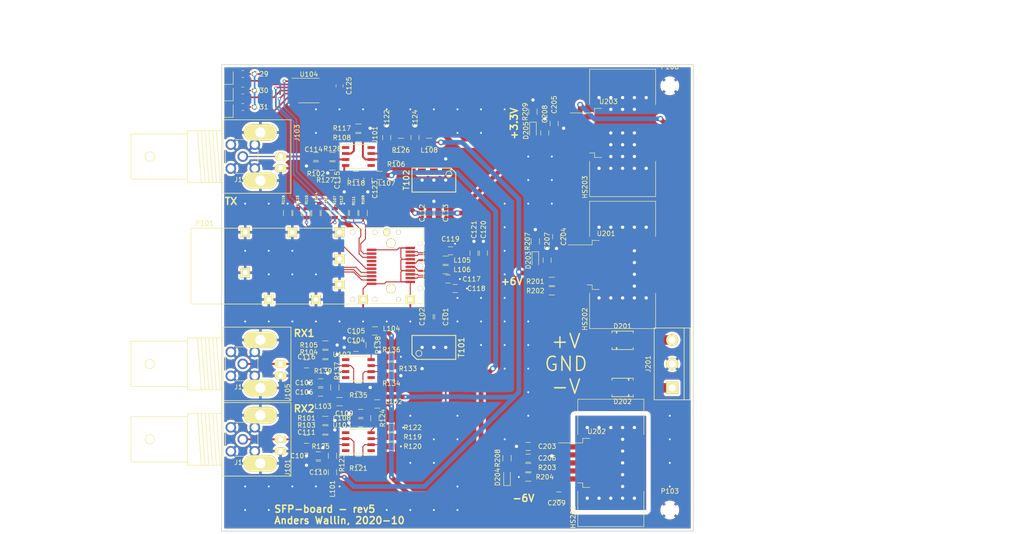
<source format=kicad_pcb>
(kicad_pcb (version 20171130) (host pcbnew 5.1.7-a382d34a8~87~ubuntu18.04.1)
  (title_block (title "SFP-board rev. 5 (2020-10)") (date 2020-10) (rev 5) (company "Anders Wallin / VTT MIKES") (comment 1 "anders.e.e.wallin \"at\" gmail.com") (comment 2 "For E/O and O/E of max. 200 MHz or so signals"))
  (layers (0 F.Cu signal) (31 B.Cu signal) (34 B.Paste user) (35 F.Paste user) (36 B.SilkS user) (37 F.SilkS user) (38 B.Mask user) (39 F.Mask user) (44 Edge.Cuts user))
  (net 0 "")
  (net 1 GND)
  (net 2 TD+)
  (net 3 TD-)
  (net 4 RD-)
  (net 5 RD+)
  (net 6 SDA)
  (net 7 SCL)
  (net 8 "Net-(C107-Pad1)")
  (net 9 "Net-(C108-Pad2)")
  (net 10 "Net-(C109-Pad2)")
  (net 11 "Net-(C110-Pad1)")
  (net 12 "Net-(C111-Pad1)")
  (net 13 "Net-(C111-Pad2)")
  (net 14 +3.3V)
  (net 15 "Net-(C113-Pad1)")
  (net 16 "Net-(C114-Pad2)")
  (net 17 "Net-(C203-Pad1)")
  (net 18 "Net-(C204-Pad1)")
  (net 19 -6V)
  (net 20 "Net-(C206-Pad2)")
  (net 21 +6V)
  (net 22 "Net-(D203-Pad1)")
  (net 23 "Net-(D204-Pad2)")
  (net 24 "Net-(D205-Pad1)")
  (net 25 /TX-FAULT)
  (net 26 /TX-DISABLE)
  (net 27 /RATE-SELECT0)
  (net 28 /Rate-select1)
  (net 29 "Net-(R119-Pad2)")
  (net 30 "Net-(R120-Pad2)")
  (net 31 "Net-(R121-Pad2)")
  (net 32 "Net-(R201-Pad2)")
  (net 33 "Net-(U103-Pad1)")
  (net 34 "Net-(U103-Pad5)")
  (net 35 "Net-(U103-Pad8)")
  (net 36 +VIN)
  (net 37 -VIN)
  (net 38 "Net-(C103-Pad1)")
  (net 39 "Net-(C104-Pad2)")
  (net 40 "Net-(C105-Pad2)")
  (net 41 "Net-(C106-Pad1)")
  (net 42 "Net-(C116-Pad1)")
  (net 43 "Net-(C116-Pad2)")
  (net 44 "Net-(R133-Pad2)")
  (net 45 "Net-(R134-Pad2)")
  (net 46 "Net-(R135-Pad2)")
  (net 47 "Net-(U102-Pad1)")
  (net 48 "Net-(U102-Pad5)")
  (net 49 "Net-(U102-Pad8)")
  (net 50 /VccR)
  (net 51 /VccT)
  (net 52 /RX-LOS)
  (net 53 /MOD-ABS)
  (net 54 "Net-(C101-Pad1)")
  (net 55 "Net-(C102-Pad1)")
  (net 56 "Net-(C112-Pad1)")
  (net 57 "Net-(C114-Pad1)")
  (net 58 "Net-(R119-Pad1)")
  (net 59 "Net-(C115-Pad2)")
  (net 60 "Net-(C122-Pad1)")
  (net 61 "Net-(C123-Pad2)")
  (net 62 "Net-(C124-Pad1)")
  (net 63 "Net-(R106-Pad1)")
  (net 64 "Net-(R106-Pad2)")
  (net 65 "Net-(R108-Pad1)")
  (net 66 "Net-(R127-Pad2)")
  (net 67 "Net-(U101-Pad1)")
  (net 68 "Net-(U101-Pad5)")
  (net 69 "Net-(U101-Pad8)")
  (net 70 "Net-(D101-Pad2)")
  (net 71 "Net-(D101-Pad1)")
  (net 72 "Net-(D102-Pad2)")
  (net 73 "Net-(D102-Pad1)")
  (net 74 "Net-(D103-Pad2)")
  (net 75 "Net-(D103-Pad1)")
  (module Connector_Coaxial:SMA_Molex_73251-2200_Horizontal (layer F.Cu) (at 64.5 60 90)
    (fp_text reference J104 (at -4.9 0) (layer F.SilkS))
    (fp_text value SMA)
    (pad 2 thru_hole circle (at -2.54 2.54 90) (size 2.25 2.25) (drill 1.5) (layers *.Cu *.Mask) (net 1 GND))
    (pad 2 thru_hole circle (at -2.54 -2.54 90) (size 2.25 2.25) (drill 1.5) (layers *.Cu *.Mask) (net 1 GND))
    (pad 2 thru_hole circle (at 2.54 -2.54 90) (size 2.25 2.25) (drill 1.5) (layers *.Cu *.Mask) (net 1 GND))
    (pad 2 thru_hole circle (at 2.54 2.54 180) (size 2.25 2.25) (drill 1.5) (layers *.Cu *.Mask) (net 1 GND))
    (pad 1 thru_hole circle (at 0 0 90) (size 2.25 2.25) (drill 1.5) (layers *.Cu *.Mask) (net 57 "Net-(C114-Pad1)"))
  )
  (module Connector_Coaxial:SMA_Molex_73251-2200_Horizontal (layer F.Cu) (at 64.5 104 90)
    (fp_text reference J106 (at -4.9 0) (layer F.SilkS))
    (fp_text value SMA)
    (pad 2 thru_hole circle (at -2.54 2.54 90) (size 2.25 2.25) (drill 1.5) (layers *.Cu *.Mask) (net 1 GND))
    (pad 2 thru_hole circle (at -2.54 -2.54 90) (size 2.25 2.25) (drill 1.5) (layers *.Cu *.Mask) (net 1 GND))
    (pad 2 thru_hole circle (at 2.54 -2.54 90) (size 2.25 2.25) (drill 1.5) (layers *.Cu *.Mask) (net 1 GND))
    (pad 2 thru_hole circle (at 2.54 2.54 180) (size 2.25 2.25) (drill 1.5) (layers *.Cu *.Mask) (net 1 GND))
    (pad 1 thru_hole circle (at 0 0 90) (size 2.25 2.25) (drill 1.5) (layers *.Cu *.Mask) (net 42 "Net-(C116-Pad1)"))
  )
  (module Connector_Coaxial:SMA_Molex_73251-2200_Horizontal (layer F.Cu) (at 64.5 120 90)
    (fp_text reference J102 (at -4.9 0) (layer F.SilkS))
    (fp_text value SMA)
    (pad 2 thru_hole circle (at -2.54 2.54 90) (size 2.25 2.25) (drill 1.5) (layers *.Cu *.Mask) (net 1 GND))
    (pad 2 thru_hole circle (at -2.54 -2.54 90) (size 2.25 2.25) (drill 1.5) (layers *.Cu *.Mask) (net 1 GND))
    (pad 2 thru_hole circle (at 2.54 -2.54 90) (size 2.25 2.25) (drill 1.5) (layers *.Cu *.Mask) (net 1 GND))
    (pad 2 thru_hole circle (at 2.54 2.54 180) (size 2.25 2.25) (drill 1.5) (layers *.Cu *.Mask) (net 1 GND))
    (pad 1 thru_hole circle (at 0 0 90) (size 2.25 2.25) (drill 1.5) (layers *.Cu *.Mask) (net 12 "Net-(C111-Pad1)"))
  )
  (module Resistor_SMD:R_0805_2012Metric (layer F.Cu) (at 64.5 49.5)
    (fp_text reference R131 (at 3.5 0) (layer F.SilkS))
    (fp_text value 0R)
    (pad 2 smd roundrect (at 0.9125 0) (size 1.025 1.4) (layers F.Cu F.Paste F.Mask) (roundrect_rratio 0.243902) (net 14 +3.3V))
    (pad 1 smd roundrect (at -0.9125 0) (size 1.025 1.4) (layers F.Cu F.Paste F.Mask) (roundrect_rratio 0.243902) (net 74 "Net-(D103-Pad2)"))
  )
  (module Resistor_SMD:R_0805_2012Metric (layer F.Cu) (at 64.5 46)
    (fp_text reference R130 (at 3.5 0) (layer F.SilkS))
    (fp_text value 0R)
    (pad 2 smd roundrect (at 0.9125 0) (size 1.025 1.4) (layers F.Cu F.Paste F.Mask) (roundrect_rratio 0.243902) (net 14 +3.3V))
    (pad 1 smd roundrect (at -0.9125 0) (size 1.025 1.4) (layers F.Cu F.Paste F.Mask) (roundrect_rratio 0.243902) (net 72 "Net-(D102-Pad2)"))
  )
  (module Resistor_SMD:R_0805_2012Metric (layer F.Cu) (at 64.5 42.5)
    (fp_text reference R129 (at 3.5 0) (layer F.SilkS))
    (fp_text value 0R)
    (pad 2 smd roundrect (at 0.9125 0) (size 1.025 1.4) (layers F.Cu F.Paste F.Mask) (roundrect_rratio 0.243902) (net 14 +3.3V))
    (pad 1 smd roundrect (at -0.9125 0) (size 1.025 1.4) (layers F.Cu F.Paste F.Mask) (roundrect_rratio 0.243902) (net 70 "Net-(D101-Pad2)"))
  )
  (module Capacitor_SMD:C_0805_2012Metric (layer F.Cu) (at 85 45 90)
    (fp_text reference C125 (at 0 2 90) (layer F.SilkS))
    (fp_text value 100n)
    (pad 2 smd roundrect (at 0.95 0 90) (size 1 1.45) (layers F.Cu F.Paste F.Mask) (net 14 +3.3V))
    (pad 1 smd roundrect (at -0.95 0 90) (size 1 1.45) (layers F.Cu F.Paste F.Mask) (net 1 GND))
  )
  (module Package_SO:TSSOP-14_4.4x5mm_P0.65mm (layer F.Cu) (at 78.5 46)
    (fp_text reference U104 (at 0 -3.45) (layer F.SilkS))
    (fp_text value 74HC14)
    (pad 14 smd roundrect (at 2.8625 -1.95) (size 1.475 0.4) (layers F.Cu F.Paste F.Mask) (net 14 +3.3V))
    (pad 13 smd roundrect (at 2.8625 -1.3) (size 1.475 0.4) (layers F.Cu F.Paste F.Mask))
    (pad 12 smd roundrect (at 2.8625 -0.65) (size 1.475 0.4) (layers F.Cu F.Paste F.Mask))
    (pad 11 smd roundrect (at 2.8625 0) (size 1.475 0.4) (layers F.Cu F.Paste F.Mask))
    (pad 10 smd roundrect (at 2.8625 0.65) (size 1.475 0.4) (layers F.Cu F.Paste F.Mask))
    (pad 9 smd roundrect (at 2.8625 1.3) (size 1.475 0.4) (layers F.Cu F.Paste F.Mask))
    (pad 8 smd roundrect (at 2.8625 1.95) (size 1.475 0.4) (layers F.Cu F.Paste F.Mask))
    (pad 7 smd roundrect (at -2.8625 1.95) (size 1.475 0.4) (layers F.Cu F.Paste F.Mask) (net 1 GND))
    (pad 6 smd roundrect (at -2.8625 1.3) (size 1.475 0.4) (layers F.Cu F.Paste F.Mask) (net 75 "Net-(D103-Pad1)"))
    (pad 5 smd roundrect (at -2.8625 0.65) (size 1.475 0.4) (layers F.Cu F.Paste F.Mask) (net 53 /MOD-ABS))
    (pad 4 smd roundrect (at -2.8625 0) (size 1.475 0.4) (layers F.Cu F.Paste F.Mask) (net 73 "Net-(D102-Pad1)"))
    (pad 3 smd roundrect (at -2.8625 -0.65) (size 1.475 0.4) (layers F.Cu F.Paste F.Mask) (net 52 /RX-LOS))
    (pad 2 smd roundrect (at -2.8625 -1.3) (size 1.475 0.4) (layers F.Cu F.Paste F.Mask) (net 71 "Net-(D101-Pad1)"))
    (pad 1 smd roundrect (at -2.8625 -1.95) (size 1.475 0.4) (layers F.Cu F.Paste F.Mask) (net 25 /TX-FAULT))
  )
  (module Heatsink:Heatsink_Fischer_FK24413D2PAK_26x13mm (layer F.Cu) (at 145 55 90)
    (fp_text reference HS203 (at -11.5 -8 270) (layer F.SilkS))
    (fp_text value Heatsink_Pad)
    (pad 1 smd rect (at -7.7 0 270) (size 3.25 13.2) (layers F.Cu F.Paste F.Mask) (net 1 GND))
    (pad 1 smd rect (at 7.7 0 90) (size 3.25 13.2) (layers F.Cu F.Paste F.Mask) (net 1 GND))
  )
  (module Heatsink:Heatsink_Fischer_FK24413D2PAK_26x13mm (layer F.Cu) (at 145 83 90)
    (fp_text reference HS202 (at -11.5 -8 270) (layer F.SilkS))
    (fp_text value Heatsink_Pad)
    (pad 1 smd rect (at -7.7 0 270) (size 3.25 13.2) (layers F.Cu F.Paste F.Mask) (net 1 GND))
    (pad 1 smd rect (at 7.7 0 90) (size 3.25 13.2) (layers F.Cu F.Paste F.Mask) (net 1 GND))
  )
  (module LED_SMD:LED_0805_2012Metric (layer F.Cu) (at 61.5 50 90)
    (fp_text reference D103 hide)
    (fp_text value LED)
    (pad 2 smd roundrect (at 0.9375 0 90) (size 0.975 1.4) (layers F.Cu F.Paste F.Mask) (net 74 "Net-(D103-Pad2)"))
    (pad 1 smd roundrect (at -0.9375 0 90) (size 0.975 1.4) (layers F.Cu F.Paste F.Mask) (net 75 "Net-(D103-Pad1)"))
  )
  (module LED_SMD:LED_0805_2012Metric (layer F.Cu) (at 61.5 46.5 90)
    (fp_text reference D102 hide)
    (fp_text value LED)
    (pad 2 smd roundrect (at 0.9375 0 90) (size 0.975 1.4) (layers F.Cu F.Paste F.Mask) (net 72 "Net-(D102-Pad2)"))
    (pad 1 smd roundrect (at -0.9375 0 90) (size 0.975 1.4) (layers F.Cu F.Paste F.Mask) (net 73 "Net-(D102-Pad1)"))
  )
  (module LED_SMD:LED_0805_2012Metric (layer F.Cu) (at 61.5 43 90)
    (fp_text reference D101 hide)
    (fp_text value LED)
    (pad 2 smd roundrect (at 0.9375 0 90) (size 0.975 1.4) (layers F.Cu F.Paste F.Mask) (net 70 "Net-(D101-Pad2)"))
    (pad 1 smd roundrect (at -0.9375 0 90) (size 0.975 1.4) (layers F.Cu F.Paste F.Mask) (net 71 "Net-(D101-Pad1)"))
  )
  (module Package_TO_SOT_SMD:TO-263-5_TabPin3 (layer F.Cu) (at 142 55)
    (fp_text reference U203 (at 0 -6.65) (layer F.SilkS))
    (fp_text value LT1963AxQ-3.3)
    (pad 3 smd rect (at 3.375 0) (size 9.4 10.8) (layers F.Cu F.Mask) (net 1 GND))
    (pad 5 smd rect (at -5.775 3.4) (size 4.6 1.1) (layers F.Cu F.Paste F.Mask) (net 14 +3.3V))
    (pad 4 smd rect (at -5.775 1.7) (size 4.6 1.1) (layers F.Cu F.Paste F.Mask) (net 14 +3.3V))
    (pad 3 smd rect (at -5.775 0) (size 4.6 1.1) (layers F.Cu F.Paste F.Mask) (net 1 GND))
    (pad 2 smd rect (at -5.775 -1.7) (size 4.6 1.1) (layers F.Cu F.Paste F.Mask) (net 18 "Net-(C204-Pad1)"))
    (pad 1 smd rect (at -5.775 -3.4) (size 4.6 1.1) (layers F.Cu F.Paste F.Mask) (net 18 "Net-(C204-Pad1)"))
  )
  (module Package_TO_SOT_SMD:TO-263-5_TabPin3 (layer F.Cu) (at 139.5 125)
    (fp_text reference U202 (at 0 -6.65) (layer F.SilkS))
    (fp_text value LT3015Q)
    (pad 3 smd rect (at 3.375 0) (size 9.4 10.8) (layers F.Cu F.Mask) (net 17 "Net-(C203-Pad1)"))
    (pad 5 smd rect (at -5.775 3.4) (size 4.6 1.1) (layers F.Cu F.Paste F.Mask) (net 19 -6V))
    (pad 4 smd rect (at -5.775 1.7) (size 4.6 1.1) (layers F.Cu F.Paste F.Mask) (net 20 "Net-(C206-Pad2)"))
    (pad 3 smd rect (at -5.775 0) (size 4.6 1.1) (layers F.Cu F.Paste F.Mask) (net 17 "Net-(C203-Pad1)"))
    (pad 2 smd rect (at -5.775 -1.7) (size 4.6 1.1) (layers F.Cu F.Paste F.Mask) (net 1 GND))
    (pad 1 smd rect (at -5.775 -3.4) (size 4.6 1.1) (layers F.Cu F.Paste F.Mask) (net 17 "Net-(C203-Pad1)"))
  )
  (module Package_TO_SOT_SMD:TO-263-5_TabPin3 (layer F.Cu) (at 141.5 83)
    (fp_text reference U201 (at 0 -6.65) (layer F.SilkS))
    (fp_text value LT1963AEQ)
    (pad 3 smd rect (at 3.375 0) (size 9.4 10.8) (layers F.Cu F.Mask) (net 1 GND))
    (pad 5 smd rect (at -5.775 3.4) (size 4.6 1.1) (layers F.Cu F.Paste F.Mask) (net 32 "Net-(R201-Pad2)"))
    (pad 4 smd rect (at -5.775 1.7) (size 4.6 1.1) (layers F.Cu F.Paste F.Mask) (net 21 +6V))
    (pad 3 smd rect (at -5.775 0) (size 4.6 1.1) (layers F.Cu F.Paste F.Mask) (net 1 GND))
    (pad 2 smd rect (at -5.775 -1.7) (size 4.6 1.1) (layers F.Cu F.Paste F.Mask) (net 18 "Net-(C204-Pad1)"))
    (pad 1 smd rect (at -5.775 -3.4) (size 4.6 1.1) (layers F.Cu F.Paste F.Mask) (net 18 "Net-(C204-Pad1)"))
  )
  (module Heatsink:Heatsink_Fischer_FK24413D2PAK_26x13mm (layer F.Cu) (at 142.5 125 90)
    (fp_text reference HS201 (at -11.5 -8 270) (layer F.SilkS))
    (fp_text value Heatsink_Pad)
    (pad 1 smd rect (at -7.7 0 270) (size 3.25 13.2) (layers F.Cu F.Paste F.Mask) (net 17 "Net-(C203-Pad1)"))
    (pad 1 smd rect (at 7.7 0 90) (size 3.25 13.2) (layers F.Cu F.Paste F.Mask) (net 17 "Net-(C203-Pad1)"))
  )
  (module awallinKiCadFootprints_git:MiniCircuits_CD542 (layer F.Cu) (at 105 65 270)
    (fp_text reference T102 (at 0 5.8355 270) (layer F.SilkS) (effects (font (size 1.2 1.2) (thickness 0.2))))
    (fp_text value ADT2-1T hide)
    (pad 1 smd rect (at -3.81 -2.54 270) (size 2.54 1.651) (drill (offset 1.27 0)) (layers F.Cu F.Paste F.Mask) (net 1 GND))
    (pad 2 smd rect (at -3.81 0 270) (size 2.54 1.651) (drill (offset 1.27 0)) (layers F.Cu F.Paste F.Mask))
    (pad 3 smd rect (at -3.81 2.54 270) (size 2.54 1.651) (drill (offset 1.27 0)) (layers F.Cu F.Paste F.Mask) (net 63 "Net-(R106-Pad1)"))
    (pad 6 smd rect (at 3.81 -2.54 270) (size 2.54 1.651) (drill (offset -1.27 0)) (layers F.Cu F.Paste F.Mask) (net 15 "Net-(C113-Pad1)"))
    (pad 5 smd rect (at 3.81 0 270) (size 2.54 1.651) (drill (offset -1.27 0)) (layers F.Cu F.Paste F.Mask) (net 1 GND))
    (pad 4 smd rect (at 3.81 2.54 270) (size 2.54 1.651) (drill (offset -1.27 0)) (layers F.Cu F.Paste F.Mask) (net 56 "Net-(C112-Pad1)"))
  )
  (module awallinKiCadFootprints:Connector_SFP_and_Cage (layer F.Cu) (at 95 88)
    (fp_text reference P101 (at -38.6 -13.85) (layer F.SilkS))
    (fp_text value SFP-CONNECTOR hide)
    (pad 1 smd rect (at -3.2 -8.2) (size 2 0.5) (layers F.Cu F.Paste F.Mask) (net 1 GND))
    (pad 2 smd rect (at -3.2 -7.4) (size 2 0.5) (layers F.Cu F.Paste F.Mask) (net 25 /TX-FAULT))
    (pad 3 smd rect (at -3.2 -6.6) (size 2 0.5) (layers F.Cu F.Paste F.Mask) (net 26 /TX-DISABLE))
    (pad 4 smd rect (at -3.2 -5.8) (size 2 0.5) (layers F.Cu F.Paste F.Mask) (net 6 SDA))
    (pad 5 smd rect (at -3.2 -5) (size 2 0.5) (layers F.Cu F.Paste F.Mask) (net 7 SCL))
    (pad 6 smd rect (at -3.2 -4.2) (size 2 0.5) (layers F.Cu F.Paste F.Mask) (net 53 /MOD-ABS))
    (pad 7 smd rect (at -3.2 -3.4) (size 2 0.5) (layers F.Cu F.Paste F.Mask) (net 27 /RATE-SELECT0))
    (pad 8 smd rect (at -3.2 -2.6) (size 2 0.5) (layers F.Cu F.Paste F.Mask) (net 52 /RX-LOS))
    (pad 9 smd rect (at -3.2 -1.8) (size 2 0.5) (layers F.Cu F.Paste F.Mask) (net 28 /Rate-select1))
    (pad 10 smd rect (at -3.2 -1) (size 2 0.5) (layers F.Cu F.Paste F.Mask) (net 1 GND))
    (pad 11 smd rect (at 5 -1.4) (size 2 0.5) (layers F.Cu F.Paste F.Mask) (net 1 GND))
    (pad 12 smd rect (at 5 -2.2) (size 2 0.5) (layers F.Cu F.Paste F.Mask) (net 4 RD-))
    (pad 13 smd rect (at 5 -3) (size 2 0.5) (layers F.Cu F.Paste F.Mask) (net 5 RD+))
    (pad 14 smd rect (at 5 -3.8) (size 2 0.5) (layers F.Cu F.Paste F.Mask) (net 1 GND))
    (pad 15 smd rect (at 5 -4.6) (size 2 0.5) (layers F.Cu F.Paste F.Mask) (net 50 /VccR))
    (pad 16 smd rect (at 5 -5.4) (size 2 0.5) (layers F.Cu F.Paste F.Mask) (net 51 /VccT))
    (pad 17 smd rect (at 5 -6.2) (size 2 0.5) (layers F.Cu F.Paste F.Mask) (net 1 GND))
    (pad 18 smd rect (at 5 -7) (size 2 0.5) (layers F.Cu F.Paste F.Mask) (net 2 TD+))
    (pad 19 smd rect (at 5 -7.8) (size 2 0.5) (layers F.Cu F.Paste F.Mask) (net 3 TD-))
    (pad 20 smd rect (at 5 -8.6) (size 2 0.5) (layers F.Cu F.Paste F.Mask) (net 1 GND))
    (pad "" np_thru_hole circle (at 0.9 0) (size 2 2) (drill 1.6) (layers *.Cu *.Mask F.SilkS))
    (pad "" np_thru_hole circle (at 0.9 -9.6) (size 2 2) (drill 1.6) (layers *.Cu *.Mask F.SilkS))
    (pad "" np_thru_hole circle (at 0 -11.93) (size 1.524 1.524) (drill 0.85) (layers *.Cu *.Mask F.SilkS))
    (pad CAGE thru_hole rect (at -10 -11.93) (size 2 2) (drill 1.05) (layers *.Cu *.Mask F.SilkS) (net 1 GND))
    (pad CAGE thru_hole rect (at -20 -11.93) (size 2 2) (drill 1.05) (layers *.Cu *.Mask F.SilkS) (net 1 GND))
    (pad CAGE thru_hole rect (at -30 -11.93) (size 2 2) (drill 1.05) (layers *.Cu *.Mask F.SilkS) (net 1 GND))
    (pad "" np_thru_hole circle (at 7.1 -4.8) (size 1 1) (drill 0.95) (layers *.Cu *.Mask F.SilkS))
    (pad "" np_thru_hole circle (at 7.1 -9.6) (size 1 1) (drill 0.95) (layers *.Cu *.Mask F.SilkS))
    (pad "" np_thru_hole circle (at 7.1 0) (size 1 1) (drill 0.95) (layers *.Cu *.Mask F.SilkS))
    (pad CAGE thru_hole rect (at 5 2.32) (size 2 2) (drill 1.05) (layers *.Cu *.Mask F.SilkS) (net 1 GND))
    (pad CAGE thru_hole rect (at -5 2.32) (size 2 2) (drill 1.05) (layers *.Cu *.Mask F.SilkS) (net 1 GND))
    (pad CAGE thru_hole rect (at -15 2.32) (size 2 2) (drill 1.05) (layers *.Cu *.Mask F.SilkS) (net 1 GND))
    (pad CAGE thru_hole rect (at -25 2.32) (size 2 2) (drill 1.05) (layers *.Cu *.Mask F.SilkS) (net 1 GND))
    (pad CAGE thru_hole rect (at -30 -3.35) (size 2 2) (drill 1.05) (layers *.Cu *.Mask F.SilkS) (net 1 GND))
    (pad CAGE thru_hole rect (at -10 -0.85) (size 2 2) (drill 1.05) (layers *.Cu *.Mask F.SilkS) (net 1 GND))
    (pad CAGE thru_hole rect (at -10 -6.25) (size 2 2) (drill 1.05) (layers *.Cu *.Mask F.SilkS) (net 1 GND))
    (pad "" np_thru_hole circle (at 2.5 2.32) (size 1 1) (drill 0.85) (layers *.Cu *.Mask F.SilkS))
    (pad "" np_thru_hole circle (at 2.5 -11.93) (size 1 1) (drill 0.85) (layers *.Cu *.Mask F.SilkS))
    (pad "" np_thru_hole circle (at -2.5 -11.93) (size 1 1) (drill 0.85) (layers *.Cu *.Mask F.SilkS))
    (pad "" np_thru_hole circle (at -7.2 -11.93) (size 1 1) (drill 0.85) (layers *.Cu *.Mask F.SilkS))
    (pad "" np_thru_hole circle (at -7.2 2.32) (size 1 1) (drill 0.85) (layers *.Cu *.Mask F.SilkS))
    (pad "" np_thru_hole circle (at -2.5 2.32) (size 1 1) (drill 0.85) (layers *.Cu *.Mask F.SilkS))
  )
  (module Capacitors_SMD:C_0805 (layer F.Cu) (at 106 94 90)
    (fp_text reference C101 (at 0 1.5 90) (layer F.SilkS))
    (fp_text value 100n)
    (pad 1 smd rect (at -1 0 90) (size 1 1.25) (layers F.Cu F.Paste F.Mask) (net 54 "Net-(C101-Pad1)"))
    (pad 2 smd rect (at 1 0 90) (size 1 1.25) (layers F.Cu F.Paste F.Mask) (net 5 RD+))
  )
  (module Capacitors_SMD:C_0805 (layer F.Cu) (at 104 94 90)
    (fp_text reference C102 (at 0 -1.5 90) (layer F.SilkS))
    (fp_text value 100n)
    (pad 1 smd rect (at -1 0 90) (size 1 1.25) (layers F.Cu F.Paste F.Mask) (net 55 "Net-(C102-Pad1)"))
    (pad 2 smd rect (at 1 0 90) (size 1 1.25) (layers F.Cu F.Paste F.Mask) (net 4 RD-))
  )
  (module Capacitors_SMD:C_0805 (layer F.Cu) (at 80.5 123.5 180)
    (fp_text reference C107 (at 4 0 180) (layer F.SilkS))
    (fp_text value 100n)
    (pad 1 smd rect (at -1 0 180) (size 1 1.25) (layers F.Cu F.Paste F.Mask) (net 8 "Net-(C107-Pad1)"))
    (pad 2 smd rect (at 1 0 180) (size 1 1.25) (layers F.Cu F.Paste F.Mask) (net 1 GND))
  )
  (module Capacitors_SMD:C_0805 (layer F.Cu) (at 89.5 116.5)
    (fp_text reference C108 (at -4 -1) (layer F.SilkS))
    (fp_text value 100n)
    (pad 1 smd rect (at -1 0) (size 1 1.25) (layers F.Cu F.Paste F.Mask) (net 1 GND))
    (pad 2 smd rect (at 1 0) (size 1 1.25) (layers F.Cu F.Paste F.Mask) (net 9 "Net-(C108-Pad2)"))
  )
  (module Capacitors_SMD:C_0805 (layer F.Cu) (at 89.5 114.5)
    (fp_text reference C109 (at -3.5 0) (layer F.SilkS))
    (fp_text value 10u)
    (pad 1 smd rect (at -1 0) (size 1 1.25) (layers F.Cu F.Paste F.Mask) (net 1 GND))
    (pad 2 smd rect (at 1 0) (size 1 1.25) (layers F.Cu F.Paste F.Mask) (net 10 "Net-(C109-Pad2)"))
  )
  (module Capacitors_SMD:C_0805 (layer F.Cu) (at 80.5 125.5 180)
    (fp_text reference C110 (at 0 -1.5 180) (layer F.SilkS))
    (fp_text value 10u)
    (pad 1 smd rect (at -1 0 180) (size 1 1.25) (layers F.Cu F.Paste F.Mask) (net 11 "Net-(C110-Pad1)"))
    (pad 2 smd rect (at 1 0 180) (size 1 1.25) (layers F.Cu F.Paste F.Mask) (net 1 GND))
  )
  (module Capacitors_SMD:C_0805 (layer F.Cu) (at 78 120)
    (fp_text reference C111 (at 0 -1.5) (layer F.SilkS))
    (fp_text value 100n)
    (pad 1 smd rect (at -1 0) (size 1 1.25) (layers F.Cu F.Paste F.Mask) (net 12 "Net-(C111-Pad1)"))
    (pad 2 smd rect (at 1 0) (size 1 1.25) (layers F.Cu F.Paste F.Mask) (net 13 "Net-(C111-Pad2)"))
  )
  (module Capacitors_SMD:C_0805 (layer F.Cu) (at 104 72 270)
    (fp_text reference C112 (at 0 1.5 270) (layer F.SilkS))
    (fp_text value 100n)
    (pad 1 smd rect (at -1 0 270) (size 1 1.25) (layers F.Cu F.Paste F.Mask) (net 56 "Net-(C112-Pad1)"))
    (pad 2 smd rect (at 1 0 270) (size 1 1.25) (layers F.Cu F.Paste F.Mask) (net 3 TD-))
  )
  (module Capacitors_SMD:C_0805 (layer F.Cu) (at 106 72 270)
    (fp_text reference C113 (at 0 -1.5 270) (layer F.SilkS))
    (fp_text value 100n)
    (pad 1 smd rect (at -1 0 270) (size 1 1.25) (layers F.Cu F.Paste F.Mask) (net 15 "Net-(C113-Pad1)"))
    (pad 2 smd rect (at 1 0 270) (size 1 1.25) (layers F.Cu F.Paste F.Mask) (net 2 TD+))
  )
  (module Capacitors_SMD:C_0805 (layer F.Cu) (at 80 60)
    (fp_text reference C114 (at -0.5 -1.5) (layer F.SilkS))
    (fp_text value 100n)
    (pad 1 smd rect (at -1 0) (size 1 1.25) (layers F.Cu F.Paste F.Mask) (net 57 "Net-(C114-Pad1)"))
    (pad 2 smd rect (at 1 0) (size 1 1.25) (layers F.Cu F.Paste F.Mask) (net 16 "Net-(C114-Pad2)"))
  )
  (module Capacitors_SMD:C_0805 (layer F.Cu) (at 125 121.5 180)
    (fp_text reference C203 (at -4 0 180) (layer F.SilkS))
    (fp_text value 10u)
    (pad 1 smd rect (at -1 0 180) (size 1 1.25) (layers F.Cu F.Paste F.Mask) (net 17 "Net-(C203-Pad1)"))
    (pad 2 smd rect (at 1 0 180) (size 1 1.25) (layers F.Cu F.Paste F.Mask) (net 1 GND))
  )
  (module Capacitors_SMD:C_0805 (layer F.Cu) (at 131 77 270)
    (fp_text reference C204 (at 0 -1.5 270) (layer F.SilkS))
    (fp_text value 10u)
    (pad 1 smd rect (at -1 0 270) (size 1 1.25) (layers F.Cu F.Paste F.Mask) (net 18 "Net-(C204-Pad1)"))
    (pad 2 smd rect (at 1 0 270) (size 1 1.25) (layers F.Cu F.Paste F.Mask) (net 1 GND))
  )
  (module Capacitors_SMD:C_0805 (layer F.Cu) (at 130.5 53 270)
    (fp_text reference C205 (at -4 0 270) (layer F.SilkS))
    (fp_text value 10u)
    (pad 1 smd rect (at -1 0 270) (size 1 1.25) (layers F.Cu F.Paste F.Mask) (net 18 "Net-(C204-Pad1)"))
    (pad 2 smd rect (at 1 0 270) (size 1 1.25) (layers F.Cu F.Paste F.Mask) (net 1 GND))
  )
  (module Capacitors_SMD:C_0805 (layer F.Cu) (at 125 124)
    (fp_text reference C206 (at 4 0) (layer F.SilkS))
    (fp_text value 10n)
    (pad 1 smd rect (at -1 0) (size 1 1.25) (layers F.Cu F.Paste F.Mask) (net 19 -6V))
    (pad 2 smd rect (at 1 0) (size 1 1.25) (layers F.Cu F.Paste F.Mask) (net 20 "Net-(C206-Pad2)"))
  )
  (module Capacitors_SMD:C_0805 (layer F.Cu) (at 129 82 90)
    (fp_text reference C207 (at 4 0 90) (layer F.SilkS))
    (fp_text value 10u)
    (pad 1 smd rect (at -1 0 90) (size 1 1.25) (layers F.Cu F.Paste F.Mask) (net 21 +6V))
    (pad 2 smd rect (at 1 0 90) (size 1 1.25) (layers F.Cu F.Paste F.Mask) (net 1 GND))
  )
  (module Capacitors_SMD:C_0805 (layer F.Cu) (at 128.5 55 90)
    (fp_text reference C208 (at 4 0 90) (layer F.SilkS))
    (fp_text value 10u)
    (pad 1 smd rect (at -1 0 90) (size 1 1.25) (layers F.Cu F.Paste F.Mask) (net 14 +3.3V))
    (pad 2 smd rect (at 1 0 90) (size 1 1.25) (layers F.Cu F.Paste F.Mask) (net 1 GND))
  )
  (module Capacitors_SMD:C_0805 (layer F.Cu) (at 131.5 132)
    (fp_text reference C209 (at -0.5 1.5) (layer F.SilkS))
    (fp_text value 10u)
    (pad 1 smd rect (at -1 0) (size 1 1.25) (layers F.Cu F.Paste F.Mask) (net 19 -6V))
    (pad 2 smd rect (at 1 0) (size 1 1.25) (layers F.Cu F.Paste F.Mask) (net 1 GND))
  )
  (module LEDs:LED_0805 (layer F.Cu) (at 126.5 82 270)
    (fp_text reference D203 (at 0 1.5 270) (layer F.SilkS))
    (fp_text value LED)
    (pad 2 smd rect (at 1.1 0 90) (size 1.2 1.2) (layers F.Cu F.Paste F.Mask) (net 21 +6V))
    (pad 1 smd rect (at -1.1 0 90) (size 1.2 1.2) (layers F.Cu F.Paste F.Mask) (net 22 "Net-(D203-Pad1)"))
  )
  (module LEDs:LED_0805 (layer F.Cu) (at 120.5 128 90)
    (fp_text reference D204 (at 0 -2 90) (layer F.SilkS))
    (fp_text value LED)
    (pad 2 smd rect (at 1.1 0 270) (size 1.2 1.2) (layers F.Cu F.Paste F.Mask) (net 23 "Net-(D204-Pad2)"))
    (pad 1 smd rect (at -1.1 0 270) (size 1.2 1.2) (layers F.Cu F.Paste F.Mask) (net 19 -6V))
  )
  (module LEDs:LED_0805 (layer F.Cu) (at 126 54.5 270)
    (fp_text reference D205 (at 0 1.5 270) (layer F.SilkS))
    (fp_text value LED)
    (pad 2 smd rect (at 1.1 0 90) (size 1.2 1.2) (layers F.Cu F.Paste F.Mask) (net 14 +3.3V))
    (pad 1 smd rect (at -1.1 0 90) (size 1.2 1.2) (layers F.Cu F.Paste F.Mask) (net 24 "Net-(D205-Pad1)"))
  )
  (module awallinKiCadFootprints:BNC_2PIN (layer F.Cu) (at 67.5 120 90)
    (fp_text reference J101 (at -6 6.5 90) (layer F.SilkS))
    (fp_text value BNC)
    (pad 2 thru_hole oval (at -5.09778 0.7366 90) (size 3.50012 7.00024) (drill 2.19964) (layers *.Cu *.Mask F.SilkS) (net 1 GND))
    (pad 2 thru_hole oval (at 5.10032 0.7366 90) (size 3.50012 7.00024) (drill 2.19964) (layers *.Cu *.Mask F.SilkS) (net 1 GND))
    (pad 1 thru_hole oval (at 0 5.00126 90) (size 1.6002 2.49936) (drill 1.00076) (layers *.Cu *.Mask F.SilkS) (net 12 "Net-(C111-Pad1)"))
    (pad 2 thru_hole oval (at -2.49936 5.00126 90) (size 1.6002 2.49936) (drill 1.00076) (layers *.Cu *.Mask F.SilkS) (net 1 GND))
  )
  (module awallinKiCadFootprints:BNC_2PIN (layer F.Cu) (at 67.49874 60 90)
    (fp_text reference J103 (at 5 8.5 90) (layer F.SilkS))
    (fp_text value BNC)
    (pad 2 thru_hole oval (at -5.09778 0.7366 90) (size 3.50012 7.00024) (drill 2.19964) (layers *.Cu *.Mask F.SilkS) (net 1 GND))
    (pad 2 thru_hole oval (at 5.10032 0.7366 90) (size 3.50012 7.00024) (drill 2.19964) (layers *.Cu *.Mask F.SilkS) (net 1 GND))
    (pad 1 thru_hole oval (at 0 5.00126 90) (size 1.6002 2.49936) (drill 1.00076) (layers *.Cu *.Mask F.SilkS) (net 57 "Net-(C114-Pad1)"))
    (pad 2 thru_hole oval (at -2.49936 5.00126 90) (size 1.6002 2.49936) (drill 1.00076) (layers *.Cu *.Mask F.SilkS) (net 1 GND))
  )
  (module Resistors_SMD:R_0805 (layer F.Cu) (at 83.5 127 90)
    (fp_text reference L101 (at -3.5 0 90) (layer F.SilkS))
    (fp_text value 2u2)
    (pad 1 smd rect (at -0.95 0 90) (size 0.7 1.3) (layers F.Cu F.Paste F.Mask) (net 21 +6V))
    (pad 2 smd rect (at 0.95 0 90) (size 0.7 1.3) (layers F.Cu F.Paste F.Mask) (net 11 "Net-(C110-Pad1)"))
  )
  (module Resistors_SMD:R_0805 (layer F.Cu) (at 93 112.5 180)
    (fp_text reference L102 (at -3.5 0.5 180) (layer F.SilkS))
    (fp_text value 2u2)
    (pad 1 smd rect (at -0.95 0 180) (size 0.7 1.3) (layers F.Cu F.Paste F.Mask) (net 19 -6V))
    (pad 2 smd rect (at 0.95 0 180) (size 0.7 1.3) (layers F.Cu F.Paste F.Mask) (net 10 "Net-(C109-Pad2)"))
  )
  (module Mounting_Holes:MountingHole_3mm (layer F.Cu) (at 155 135)
    (fp_text reference P103 (at 0 -4) (layer F.SilkS))
    (fp_text value CONN_01X01)
    (pad 1 np_thru_hole circle (at 0 0) (size 3 3) (drill 3) (layers *.Cu *.Mask) (net 1 GND))
  )
  (module Mounting_Holes:MountingHole_3mm (layer F.Cu) (at 155 45)
    (fp_text reference P106 (at 0 -4) (layer F.SilkS))
    (fp_text value CONN_01X01)
    (pad 1 np_thru_hole circle (at 0 0) (size 3 3) (drill 3) (layers *.Cu *.Mask) (net 1 GND))
  )
  (module Resistors_SMD:R_0805 (layer F.Cu) (at 80 62 180)
    (fp_text reference R102 (at 0 -1.65 180) (layer F.SilkS))
    (fp_text value 51R)
    (pad 1 smd rect (at -0.95 0 180) (size 0.7 1.3) (layers F.Cu F.Paste F.Mask) (net 16 "Net-(C114-Pad2)"))
    (pad 2 smd rect (at 0.95 0 180) (size 0.7 1.3) (layers F.Cu F.Paste F.Mask) (net 1 GND))
  )
  (module Resistors_SMD:R_0805 (layer F.Cu) (at 84 72 90)
    (fp_text reference R107 (at 2.7 0 90) (layer F.SilkS) (effects (font (size 0.5 0.5) (thickness 0.125))))
    (fp_text value 10k)
    (pad 1 smd rect (at -0.95 0 90) (size 0.7 1.3) (layers F.Cu F.Paste F.Mask) (net 53 /MOD-ABS))
    (pad 2 smd rect (at 0.95 0 90) (size 0.7 1.3) (layers F.Cu F.Paste F.Mask) (net 14 +3.3V))
  )
  (module Resistors_SMD:R_0805 (layer F.Cu) (at 90 72 90)
    (fp_text reference R109 (at 2.8 0 90) (layer F.SilkS) (effects (font (size 0.5 0.5) (thickness 0.125))))
    (fp_text value 10k)
    (pad 1 smd rect (at -0.95 0 90) (size 0.7 1.3) (layers F.Cu F.Paste F.Mask) (net 25 /TX-FAULT))
    (pad 2 smd rect (at 0.95 0 90) (size 0.7 1.3) (layers F.Cu F.Paste F.Mask) (net 14 +3.3V))
  )
  (module Resistors_SMD:R_0805 (layer F.Cu) (at 78 72 90)
    (fp_text reference R110 (at 2.8 0 90) (layer F.SilkS) (effects (font (size 0.5 0.5) (thickness 0.125))))
    (fp_text value 10k)
    (pad 1 smd rect (at -0.95 0 90) (size 0.7 1.3) (layers F.Cu F.Paste F.Mask) (net 52 /RX-LOS))
    (pad 2 smd rect (at 0.95 0 90) (size 0.7 1.3) (layers F.Cu F.Paste F.Mask) (net 14 +3.3V))
  )
  (module Resistors_SMD:R_0805 (layer F.Cu) (at 88 72 90)
    (fp_text reference R111 (at 2.6 0 90) (layer F.SilkS) (effects (font (size 0.5 0.5) (thickness 0.125))))
    (fp_text value DNI)
    (pad 1 smd rect (at -0.95 0 90) (size 0.7 1.3) (layers F.Cu F.Paste F.Mask) (net 26 /TX-DISABLE))
    (pad 2 smd rect (at 0.95 0 90) (size 0.7 1.3) (layers F.Cu F.Paste F.Mask) (net 14 +3.3V))
  )
  (module Resistors_SMD:R_0805 (layer F.Cu) (at 86 72 270)
    (fp_text reference R112 (at -2.7 0.6 270) (layer F.SilkS) (effects (font (size 0.5 0.5) (thickness 0.125))))
    (fp_text value 0R)
    (pad 1 smd rect (at -0.95 0 270) (size 0.7 1.3) (layers F.Cu F.Paste F.Mask) (net 1 GND))
    (pad 2 smd rect (at 0.95 0 270) (size 0.7 1.3) (layers F.Cu F.Paste F.Mask) (net 26 /TX-DISABLE))
  )
  (module Resistors_SMD:R_0805 (layer F.Cu) (at 82 72 90)
    (fp_text reference R113 (at 2.7 0 90) (layer F.SilkS) (effects (font (size 0.5 0.5) (thickness 0.125))))
    (fp_text value 10k)
    (pad 1 smd rect (at -0.95 0 90) (size 0.7 1.3) (layers F.Cu F.Paste F.Mask) (net 27 /RATE-SELECT0))
    (pad 2 smd rect (at 0.95 0 90) (size 0.7 1.3) (layers F.Cu F.Paste F.Mask) (net 14 +3.3V))
  )
  (module Resistors_SMD:R_0805 (layer F.Cu) (at 80 72 270)
    (fp_text reference R114 (at -3.4 -0.1 270) (layer F.SilkS) (effects (font (size 0.5 0.5) (thickness 0.125))))
    (fp_text value DNI)
    (pad 1 smd rect (at -0.95 0 270) (size 0.7 1.3) (layers F.Cu F.Paste F.Mask) (net 1 GND))
    (pad 2 smd rect (at 0.95 0 270) (size 0.7 1.3) (layers F.Cu F.Paste F.Mask) (net 27 /RATE-SELECT0))
  )
  (module Resistors_SMD:R_0805 (layer F.Cu) (at 76 72 90)
    (fp_text reference R115 (at 2.8 0.1 90) (layer F.SilkS) (effects (font (size 0.5 0.5) (thickness 0.125))))
    (fp_text value 10k)
    (pad 1 smd rect (at -0.95 0 90) (size 0.7 1.3) (layers F.Cu F.Paste F.Mask) (net 28 /Rate-select1))
    (pad 2 smd rect (at 0.95 0 90) (size 0.7 1.3) (layers F.Cu F.Paste F.Mask) (net 14 +3.3V))
  )
  (module Resistors_SMD:R_0805 (layer F.Cu) (at 74 72 270)
    (fp_text reference R116 (at -2.8 0.9 270) (layer F.SilkS) (effects (font (size 0.5 0.5) (thickness 0.125))))
    (fp_text value DNI)
    (pad 1 smd rect (at -0.95 0 270) (size 0.7 1.3) (layers F.Cu F.Paste F.Mask) (net 1 GND))
    (pad 2 smd rect (at 0.95 0 270) (size 0.7 1.3) (layers F.Cu F.Paste F.Mask) (net 28 /Rate-select1))
  )
  (module Resistors_SMD:R_0805 (layer F.Cu) (at 96 119.5 180)
    (fp_text reference R119 (at -4.5 0 180) (layer F.SilkS))
    (fp_text value 150R)
    (pad 1 smd rect (at -0.95 0 180) (size 0.7 1.3) (layers F.Cu F.Paste F.Mask) (net 58 "Net-(R119-Pad1)"))
    (pad 2 smd rect (at 0.95 0 180) (size 0.7 1.3) (layers F.Cu F.Paste F.Mask) (net 29 "Net-(R119-Pad2)"))
  )
  (module Resistors_SMD:R_0805 (layer F.Cu) (at 96.05 121.5 180)
    (fp_text reference R120 (at -4.45 0 180) (layer F.SilkS))
    (fp_text value 150R)
    (pad 1 smd rect (at -0.95 0 180) (size 0.7 1.3) (layers F.Cu F.Paste F.Mask) (net 1 GND))
    (pad 2 smd rect (at 0.95 0 180) (size 0.7 1.3) (layers F.Cu F.Paste F.Mask) (net 30 "Net-(R120-Pad2)"))
  )
  (module Resistors_SMD:R_0805 (layer F.Cu) (at 89 124.5 180)
    (fp_text reference R121 (at 0 -1.65 180) (layer F.SilkS))
    (fp_text value 150R)
    (pad 1 smd rect (at -0.95 0 180) (size 0.7 1.3) (layers F.Cu F.Paste F.Mask) (net 30 "Net-(R120-Pad2)"))
    (pad 2 smd rect (at 0.95 0 180) (size 0.7 1.3) (layers F.Cu F.Paste F.Mask) (net 31 "Net-(R121-Pad2)"))
  )
  (module Resistors_SMD:R_0805 (layer F.Cu) (at 96 117.5 180)
    (fp_text reference R122 (at -4.5 0 180) (layer F.SilkS))
    (fp_text value 150R)
    (pad 1 smd rect (at -0.95 0 180) (size 0.7 1.3) (layers F.Cu F.Paste F.Mask) (net 1 GND))
    (pad 2 smd rect (at 0.95 0 180) (size 0.7 1.3) (layers F.Cu F.Paste F.Mask) (net 29 "Net-(R119-Pad2)"))
  )
  (module Resistors_SMD:R_0805 (layer F.Cu) (at 83.5 123.5 90)
    (fp_text reference R123 (at -1.5 2 90) (layer F.SilkS))
    (fp_text value 10R)
    (pad 1 smd rect (at -0.95 0 90) (size 0.7 1.3) (layers F.Cu F.Paste F.Mask) (net 11 "Net-(C110-Pad1)"))
    (pad 2 smd rect (at 0.95 0 90) (size 0.7 1.3) (layers F.Cu F.Paste F.Mask) (net 8 "Net-(C107-Pad1)"))
  )
  (module Resistors_SMD:R_0805 (layer F.Cu) (at 92.5 115.5 270)
    (fp_text reference R124 (at 0 -1.65 270) (layer F.SilkS))
    (fp_text value 10R)
    (pad 1 smd rect (at -0.95 0 270) (size 0.7 1.3) (layers F.Cu F.Paste F.Mask) (net 10 "Net-(C109-Pad2)"))
    (pad 2 smd rect (at 0.95 0 270) (size 0.7 1.3) (layers F.Cu F.Paste F.Mask) (net 9 "Net-(C108-Pad2)"))
  )
  (module Resistors_SMD:R_0805 (layer F.Cu) (at 82 120)
    (fp_text reference R125 (at -1 1.5) (layer F.SilkS))
    (fp_text value 50R)
    (pad 1 smd rect (at -0.95 0) (size 0.7 1.3) (layers F.Cu F.Paste F.Mask) (net 13 "Net-(C111-Pad2)"))
    (pad 2 smd rect (at 0.95 0) (size 0.7 1.3) (layers F.Cu F.Paste F.Mask) (net 31 "Net-(R121-Pad2)"))
  )
  (module Resistors_SMD:R_0805 (layer F.Cu) (at 130 86.5 180)
    (fp_text reference R201 (at 3.5 0 180) (layer F.SilkS))
    (fp_text value 2k7)
    (pad 1 smd rect (at -0.95 0 180) (size 0.7 1.3) (layers F.Cu F.Paste F.Mask) (net 21 +6V))
    (pad 2 smd rect (at 0.95 0 180) (size 0.7 1.3) (layers F.Cu F.Paste F.Mask) (net 32 "Net-(R201-Pad2)"))
  )
  (module Resistors_SMD:R_0805 (layer F.Cu) (at 130 88.5 180)
    (fp_text reference R202 (at 3.5 0 180) (layer F.SilkS))
    (fp_text value 680R)
    (pad 1 smd rect (at -0.95 0 180) (size 0.7 1.3) (layers F.Cu F.Paste F.Mask) (net 32 "Net-(R201-Pad2)"))
    (pad 2 smd rect (at 0.95 0 180) (size 0.7 1.3) (layers F.Cu F.Paste F.Mask) (net 1 GND))
  )
  (module Resistors_SMD:R_0805 (layer F.Cu) (at 125 126)
    (fp_text reference R203 (at 4 0) (layer F.SilkS))
    (fp_text value 2k7)
    (pad 1 smd rect (at -0.95 0) (size 0.7 1.3) (layers F.Cu F.Paste F.Mask) (net 19 -6V))
    (pad 2 smd rect (at 0.95 0) (size 0.7 1.3) (layers F.Cu F.Paste F.Mask) (net 20 "Net-(C206-Pad2)"))
  )
  (module Resistors_SMD:R_0805 (layer F.Cu) (at 125 128 180)
    (fp_text reference R204 (at -3.5 0 180) (layer F.SilkS))
    (fp_text value 680R)
    (pad 1 smd rect (at -0.95 0 180) (size 0.7 1.3) (layers F.Cu F.Paste F.Mask) (net 20 "Net-(C206-Pad2)"))
    (pad 2 smd rect (at 0.95 0 180) (size 0.7 1.3) (layers F.Cu F.Paste F.Mask) (net 1 GND))
  )
  (module Resistors_SMD:R_0805 (layer F.Cu) (at 126.5 78 90)
    (fp_text reference R207 (at 0 -1.65 90) (layer F.SilkS))
    (fp_text value 180R)
    (pad 1 smd rect (at -0.95 0 90) (size 0.7 1.3) (layers F.Cu F.Paste F.Mask) (net 22 "Net-(D203-Pad1)"))
    (pad 2 smd rect (at 0.95 0 90) (size 0.7 1.3) (layers F.Cu F.Paste F.Mask) (net 1 GND))
  )
  (module Resistors_SMD:R_0805 (layer F.Cu) (at 120.5 124 270)
    (fp_text reference R208 (at 0 2 270) (layer F.SilkS))
    (fp_text value 180R)
    (pad 1 smd rect (at -0.95 0 270) (size 0.7 1.3) (layers F.Cu F.Paste F.Mask) (net 1 GND))
    (pad 2 smd rect (at 0.95 0 270) (size 0.7 1.3) (layers F.Cu F.Paste F.Mask) (net 23 "Net-(D204-Pad2)"))
  )
  (module Resistors_SMD:R_0805 (layer F.Cu) (at 126 50.5 90)
    (fp_text reference R209 (at 0 -1.65 90) (layer F.SilkS))
    (fp_text value 68R)
    (pad 1 smd rect (at -0.95 0 90) (size 0.7 1.3) (layers F.Cu F.Paste F.Mask) (net 24 "Net-(D205-Pad1)"))
    (pad 2 smd rect (at 0.95 0 90) (size 0.7 1.3) (layers F.Cu F.Paste F.Mask) (net 1 GND))
  )
  (module Housings_SOIC:SOIC-8_3.9x4.9mm_Pitch1.27mm (layer F.Cu) (at 89 120.5 180)
    (fp_text reference U103 (at 3.5 3.5 180) (layer F.SilkS))
    (fp_text value LMH6702)
    (pad 1 smd rect (at -2.7 -1.905 180) (size 1.55 0.6) (layers F.Cu F.Paste F.Mask) (net 33 "Net-(U103-Pad1)"))
    (pad 2 smd rect (at -2.7 -0.635 180) (size 1.55 0.6) (layers F.Cu F.Paste F.Mask) (net 30 "Net-(R120-Pad2)"))
    (pad 3 smd rect (at -2.7 0.635 180) (size 1.55 0.6) (layers F.Cu F.Paste F.Mask) (net 29 "Net-(R119-Pad2)"))
    (pad 4 smd rect (at -2.7 1.905 180) (size 1.55 0.6) (layers F.Cu F.Paste F.Mask) (net 9 "Net-(C108-Pad2)"))
    (pad 5 smd rect (at 2.7 1.905 180) (size 1.55 0.6) (layers F.Cu F.Paste F.Mask) (net 34 "Net-(U103-Pad5)"))
    (pad 6 smd rect (at 2.7 0.635 180) (size 1.55 0.6) (layers F.Cu F.Paste F.Mask) (net 31 "Net-(R121-Pad2)"))
    (pad 7 smd rect (at 2.7 -0.635 180) (size 1.55 0.6) (layers F.Cu F.Paste F.Mask) (net 8 "Net-(C107-Pad1)"))
    (pad 8 smd rect (at 2.7 -1.905 180) (size 1.55 0.6) (layers F.Cu F.Paste F.Mask) (net 35 "Net-(U103-Pad8)"))
  )
  (module awallinKiCadFootprints:DIODE_DO-214BA (layer F.Cu) (at 145 99)
    (fp_text reference D201 (at 0 -3) (layer F.SilkS))
    (fp_text value D)
    (pad 2 smd rect (at 1.7 0) (size 2 2.5) (layers F.Cu F.Paste F.Mask) (net 36 +VIN))
    (pad 1 smd rect (at -1.7 0) (size 2 2.5) (layers F.Cu F.Paste F.Mask) (net 18 "Net-(C204-Pad1)"))
  )
  (module awallinKiCadFootprints:DIODE_DO-214BA (layer F.Cu) (at 145 109 180)
    (fp_text reference D202 (at 0 -3 180) (layer F.SilkS))
    (fp_text value D)
    (pad 2 smd rect (at 1.7 0 180) (size 2 2.5) (layers F.Cu F.Paste F.Mask) (net 17 "Net-(C203-Pad1)"))
    (pad 1 smd rect (at -1.7 0 180) (size 2 2.5) (layers F.Cu F.Paste F.Mask) (net 37 -VIN))
  )
  (module awallinKiCadFootprints:CONNECTOR_01x03_200mil (layer F.Cu) (at 155.5 104 90)
    (fp_text reference J201 (at 0 -5.08 90) (layer F.SilkS))
    (fp_text value CONN_01X03)
    (pad 1 thru_hole rect (at -5.08 0 90) (size 2.54 2.54) (drill 1.524) (layers *.Cu *.Mask F.SilkS) (net 37 -VIN))
    (pad 2 thru_hole circle (at 0 0 90) (size 2.54 2.54) (drill 1.524) (layers *.Cu *.Mask F.SilkS) (net 1 GND))
    (pad 3 thru_hole circle (at 5.08 0 90) (size 2.54 2.54) (drill 1.524) (layers *.Cu *.Mask F.SilkS) (net 36 +VIN))
  )
  (module Capacitors_SMD:C_0805 (layer F.Cu) (at 81 108 180)
    (fp_text reference C103 (at 3.5 0 180) (layer F.SilkS))
    (fp_text value 100n)
    (pad 1 smd rect (at -1 0 180) (size 1 1.25) (layers F.Cu F.Paste F.Mask) (net 38 "Net-(C103-Pad1)"))
    (pad 2 smd rect (at 1 0 180) (size 1 1.25) (layers F.Cu F.Paste F.Mask) (net 1 GND))
  )
  (module Capacitors_SMD:C_0805 (layer F.Cu) (at 88.5 100.5)
    (fp_text reference C104 (at 0 -1.5) (layer F.SilkS))
    (fp_text value 100n)
    (pad 1 smd rect (at -1 0) (size 1 1.25) (layers F.Cu F.Paste F.Mask) (net 1 GND))
    (pad 2 smd rect (at 1 0) (size 1 1.25) (layers F.Cu F.Paste F.Mask) (net 39 "Net-(C104-Pad2)"))
  )
  (module Capacitors_SMD:C_0805 (layer F.Cu) (at 88.5 98.5)
    (fp_text reference C105 (at 0 -1.5) (layer F.SilkS))
    (fp_text value 10u)
    (pad 1 smd rect (at -1 0) (size 1 1.25) (layers F.Cu F.Paste F.Mask) (net 1 GND))
    (pad 2 smd rect (at 1 0) (size 1 1.25) (layers F.Cu F.Paste F.Mask) (net 40 "Net-(C105-Pad2)"))
  )
  (module Capacitors_SMD:C_0805 (layer F.Cu) (at 81 110 180)
    (fp_text reference C106 (at 3.5 0 180) (layer F.SilkS))
    (fp_text value 10u)
    (pad 1 smd rect (at -1 0 180) (size 1 1.25) (layers F.Cu F.Paste F.Mask) (net 41 "Net-(C106-Pad1)"))
    (pad 2 smd rect (at 1 0 180) (size 1 1.25) (layers F.Cu F.Paste F.Mask) (net 1 GND))
  )
  (module Capacitors_SMD:C_0805 (layer F.Cu) (at 78 104)
    (fp_text reference C116 (at 0 -1.5) (layer F.SilkS))
    (fp_text value 100n)
    (pad 1 smd rect (at -1 0) (size 1 1.25) (layers F.Cu F.Paste F.Mask) (net 42 "Net-(C116-Pad1)"))
    (pad 2 smd rect (at 1 0) (size 1 1.25) (layers F.Cu F.Paste F.Mask) (net 43 "Net-(C116-Pad2)"))
  )
  (module awallinKiCadFootprints:BNC_2PIN (layer F.Cu) (at 67.5 104 90)
    (fp_text reference J105 (at -6 6.5 90) (layer F.SilkS))
    (fp_text value BNC)
    (pad 2 thru_hole oval (at -5.09778 0.7366 90) (size 3.50012 7.00024) (drill 2.19964) (layers *.Cu *.Mask F.SilkS) (net 1 GND))
    (pad 2 thru_hole oval (at 5.10032 0.7366 90) (size 3.50012 7.00024) (drill 2.19964) (layers *.Cu *.Mask F.SilkS) (net 1 GND))
    (pad 1 thru_hole oval (at 0 5.00126 90) (size 1.6002 2.49936) (drill 1.00076) (layers *.Cu *.Mask F.SilkS) (net 42 "Net-(C116-Pad1)"))
    (pad 2 thru_hole oval (at -2.49936 5.00126 90) (size 1.6002 2.49936) (drill 1.00076) (layers *.Cu *.Mask F.SilkS) (net 1 GND))
  )
  (module Resistors_SMD:R_0805 (layer F.Cu) (at 85 112 180)
    (fp_text reference L103 (at 3.5 -1 180) (layer F.SilkS))
    (fp_text value 2u2)
    (pad 1 smd rect (at -0.95 0 180) (size 0.7 1.3) (layers F.Cu F.Paste F.Mask) (net 21 +6V))
    (pad 2 smd rect (at 0.95 0 180) (size 0.7 1.3) (layers F.Cu F.Paste F.Mask) (net 41 "Net-(C106-Pad1)"))
  )
  (module Resistors_SMD:R_0805 (layer F.Cu) (at 92.5 97 180)
    (fp_text reference L104 (at -3.5 0.5 180) (layer F.SilkS))
    (fp_text value 2u2)
    (pad 1 smd rect (at -0.95 0 180) (size 0.7 1.3) (layers F.Cu F.Paste F.Mask) (net 19 -6V))
    (pad 2 smd rect (at 0.95 0 180) (size 0.7 1.3) (layers F.Cu F.Paste F.Mask) (net 40 "Net-(C105-Pad2)"))
  )
  (module Resistors_SMD:R_0805 (layer F.Cu) (at 96 104.5 180)
    (fp_text reference R133 (at -3.5 -0.5 180) (layer F.SilkS))
    (fp_text value 150R)
    (pad 1 smd rect (at -0.95 0 180) (size 0.7 1.3) (layers F.Cu F.Paste F.Mask) (net 58 "Net-(R119-Pad1)"))
    (pad 2 smd rect (at 0.95 0 180) (size 0.7 1.3) (layers F.Cu F.Paste F.Mask) (net 44 "Net-(R133-Pad2)"))
  )
  (module Resistors_SMD:R_0805 (layer F.Cu) (at 96 106.5 180)
    (fp_text reference R134 (at 0 -1.65 180) (layer F.SilkS))
    (fp_text value 150R)
    (pad 1 smd rect (at -0.95 0 180) (size 0.7 1.3) (layers F.Cu F.Paste F.Mask) (net 1 GND))
    (pad 2 smd rect (at 0.95 0 180) (size 0.7 1.3) (layers F.Cu F.Paste F.Mask) (net 45 "Net-(R134-Pad2)"))
  )
  (module Resistors_SMD:R_0805 (layer F.Cu) (at 89 109 180)
    (fp_text reference R135 (at 0 -1.65 180) (layer F.SilkS))
    (fp_text value 150R)
    (pad 1 smd rect (at -0.95 0 180) (size 0.7 1.3) (layers F.Cu F.Paste F.Mask) (net 45 "Net-(R134-Pad2)"))
    (pad 2 smd rect (at 0.95 0 180) (size 0.7 1.3) (layers F.Cu F.Paste F.Mask) (net 46 "Net-(R135-Pad2)"))
  )
  (module Resistors_SMD:R_0805 (layer F.Cu) (at 96 102.5 180)
    (fp_text reference R136 (at 0 1.5 180) (layer F.SilkS))
    (fp_text value 150R)
    (pad 1 smd rect (at -0.95 0 180) (size 0.7 1.3) (layers F.Cu F.Paste F.Mask) (net 1 GND))
    (pad 2 smd rect (at 0.95 0 180) (size 0.7 1.3) (layers F.Cu F.Paste F.Mask) (net 44 "Net-(R133-Pad2)"))
  )
  (module Resistors_SMD:R_0805 (layer F.Cu) (at 84 109 90)
    (fp_text reference R137 (at 3.5 0.5 90) (layer F.SilkS))
    (fp_text value 10R)
    (pad 1 smd rect (at -0.95 0 90) (size 0.7 1.3) (layers F.Cu F.Paste F.Mask) (net 41 "Net-(C106-Pad1)"))
    (pad 2 smd rect (at 0.95 0 90) (size 0.7 1.3) (layers F.Cu F.Paste F.Mask) (net 38 "Net-(C103-Pad1)"))
  )
  (module Resistors_SMD:R_0805 (layer F.Cu) (at 91.5 100 270)
    (fp_text reference R138 (at 0 -1.65 270) (layer F.SilkS))
    (fp_text value 10R)
    (pad 1 smd rect (at -0.95 0 270) (size 0.7 1.3) (layers F.Cu F.Paste F.Mask) (net 40 "Net-(C105-Pad2)"))
    (pad 2 smd rect (at 0.95 0 270) (size 0.7 1.3) (layers F.Cu F.Paste F.Mask) (net 39 "Net-(C104-Pad2)"))
  )
  (module Resistors_SMD:R_0805 (layer F.Cu) (at 82 104)
    (fp_text reference R139 (at -0.5 1.5) (layer F.SilkS))
    (fp_text value 50R)
    (pad 1 smd rect (at -0.95 0) (size 0.7 1.3) (layers F.Cu F.Paste F.Mask) (net 43 "Net-(C116-Pad2)"))
    (pad 2 smd rect (at 0.95 0) (size 0.7 1.3) (layers F.Cu F.Paste F.Mask) (net 46 "Net-(R135-Pad2)"))
  )
  (module Housings_SOIC:SOIC-8_3.9x4.9mm_Pitch1.27mm (layer F.Cu) (at 89 105 180)
    (fp_text reference U102 (at 3.5 3 180) (layer F.SilkS))
    (fp_text value LMH6702)
    (pad 1 smd rect (at -2.7 -1.905 180) (size 1.55 0.6) (layers F.Cu F.Paste F.Mask) (net 47 "Net-(U102-Pad1)"))
    (pad 2 smd rect (at -2.7 -0.635 180) (size 1.55 0.6) (layers F.Cu F.Paste F.Mask) (net 45 "Net-(R134-Pad2)"))
    (pad 3 smd rect (at -2.7 0.635 180) (size 1.55 0.6) (layers F.Cu F.Paste F.Mask) (net 44 "Net-(R133-Pad2)"))
    (pad 4 smd rect (at -2.7 1.905 180) (size 1.55 0.6) (layers F.Cu F.Paste F.Mask) (net 39 "Net-(C104-Pad2)"))
    (pad 5 smd rect (at 2.7 1.905 180) (size 1.55 0.6) (layers F.Cu F.Paste F.Mask) (net 48 "Net-(U102-Pad5)"))
    (pad 6 smd rect (at 2.7 0.635 180) (size 1.55 0.6) (layers F.Cu F.Paste F.Mask) (net 46 "Net-(R135-Pad2)"))
    (pad 7 smd rect (at 2.7 -0.635 180) (size 1.55 0.6) (layers F.Cu F.Paste F.Mask) (net 38 "Net-(C103-Pad1)"))
    (pad 8 smd rect (at 2.7 -1.905 180) (size 1.55 0.6) (layers F.Cu F.Paste F.Mask) (net 49 "Net-(U102-Pad8)"))
  )
  (module Capacitors_SMD:C_0805 (layer F.Cu) (at 108 86 180)
    (fp_text reference C117 (at -5 0 180) (layer F.SilkS))
    (fp_text value 100n)
    (pad 1 smd rect (at -1 0 180) (size 1 1.25) (layers F.Cu F.Paste F.Mask) (net 1 GND))
    (pad 2 smd rect (at 1 0 180) (size 1 1.25) (layers F.Cu F.Paste F.Mask) (net 50 /VccR))
  )
  (module Capacitors_SMD:C_0805 (layer F.Cu) (at 109.5 88 180)
    (fp_text reference C118 (at -4.5 0 180) (layer F.SilkS))
    (fp_text value 10u)
    (pad 1 smd rect (at -1 0 180) (size 1 1.25) (layers F.Cu F.Paste F.Mask) (net 1 GND))
    (pad 2 smd rect (at 1 0 180) (size 1 1.25) (layers F.Cu F.Paste F.Mask) (net 50 /VccR))
  )
  (module Capacitors_SMD:C_0805 (layer F.Cu) (at 108.5 80 180)
    (fp_text reference C119 (at 0 2.5 180) (layer F.SilkS))
    (fp_text value 100n)
    (pad 1 smd rect (at -1 0 180) (size 1 1.25) (layers F.Cu F.Paste F.Mask) (net 1 GND))
    (pad 2 smd rect (at 1 0 180) (size 1 1.25) (layers F.Cu F.Paste F.Mask) (net 51 /VccT))
  )
  (module Capacitors_SMD:C_0805 (layer F.Cu) (at 115.5 80.5 270)
    (fp_text reference C120 (at -5 0 270) (layer F.SilkS))
    (fp_text value 100n)
    (pad 1 smd rect (at -1 0 270) (size 1 1.25) (layers F.Cu F.Paste F.Mask) (net 1 GND))
    (pad 2 smd rect (at 1 0 270) (size 1 1.25) (layers F.Cu F.Paste F.Mask) (net 14 +3.3V))
  )
  (module Capacitors_SMD:C_0805 (layer F.Cu) (at 113.5 80.5 270)
    (fp_text reference C121 (at -5 0 270) (layer F.SilkS))
    (fp_text value 10u)
    (pad 1 smd rect (at -1 0 270) (size 1 1.25) (layers F.Cu F.Paste F.Mask) (net 1 GND))
    (pad 2 smd rect (at 1 0 270) (size 1 1.25) (layers F.Cu F.Paste F.Mask) (net 14 +3.3V))
  )
  (module Resistors_SMD:R_0805 (layer F.Cu) (at 107.5 82 180)
    (fp_text reference L105 (at -3.5 0 180) (layer F.SilkS))
    (fp_text value 1u)
    (pad 1 smd rect (at -0.95 0 180) (size 0.7 1.3) (layers F.Cu F.Paste F.Mask) (net 14 +3.3V))
    (pad 2 smd rect (at 0.95 0 180) (size 0.7 1.3) (layers F.Cu F.Paste F.Mask) (net 51 /VccT))
  )
  (module Resistors_SMD:R_0805 (layer F.Cu) (at 107.5 84 180)
    (fp_text reference L106 (at -3.5 0 180) (layer F.SilkS))
    (fp_text value 1u)
    (pad 1 smd rect (at -0.95 0 180) (size 0.7 1.3) (layers F.Cu F.Paste F.Mask) (net 14 +3.3V))
    (pad 2 smd rect (at 0.95 0 180) (size 0.7 1.3) (layers F.Cu F.Paste F.Mask) (net 50 /VccR))
  )
  (module awallinKiCadFootprints_git:MiniCircuits_CD542 (layer F.Cu) (at 105 100.5 90)
    (fp_text reference T101 (at 0 5.8355 90) (layer F.SilkS) (effects (font (size 1.2 1.2) (thickness 0.2))))
    (fp_text value ADT2-1T hide)
    (pad 1 smd rect (at -3.81 -2.54 90) (size 2.54 1.651) (drill (offset 1.27 0)) (layers F.Cu F.Paste F.Mask) (net 1 GND))
    (pad 2 smd rect (at -3.81 0 90) (size 2.54 1.651) (drill (offset 1.27 0)) (layers F.Cu F.Paste F.Mask))
    (pad 3 smd rect (at -3.81 2.54 90) (size 2.54 1.651) (drill (offset 1.27 0)) (layers F.Cu F.Paste F.Mask) (net 58 "Net-(R119-Pad1)"))
    (pad 6 smd rect (at 3.81 -2.54 90) (size 2.54 1.651) (drill (offset -1.27 0)) (layers F.Cu F.Paste F.Mask) (net 55 "Net-(C102-Pad1)"))
    (pad 5 smd rect (at 3.81 0 90) (size 2.54 1.651) (drill (offset -1.27 0)) (layers F.Cu F.Paste F.Mask) (net 1 GND))
    (pad 4 smd rect (at 3.81 2.54 90) (size 2.54 1.651) (drill (offset -1.27 0)) (layers F.Cu F.Paste F.Mask) (net 54 "Net-(C101-Pad1)"))
  )
  (module Resistors_SMD:R_0805 (layer F.Cu) (at 82 116 180)
    (fp_text reference R101 (at 4 0.5 180) (layer F.SilkS))
    (fp_text value DNI)
    (pad 1 smd rect (at -0.95 0 180) (size 0.7 1.3) (layers F.Cu F.Paste F.Mask) (net 1 GND))
    (pad 2 smd rect (at 0.95 0 180) (size 0.7 1.3) (layers F.Cu F.Paste F.Mask) (net 13 "Net-(C111-Pad2)"))
  )
  (module Resistors_SMD:R_0805 (layer F.Cu) (at 82 118 180)
    (fp_text reference R103 (at 4 1 180) (layer F.SilkS))
    (fp_text value DNI)
    (pad 1 smd rect (at -0.95 0 180) (size 0.7 1.3) (layers F.Cu F.Paste F.Mask) (net 1 GND))
    (pad 2 smd rect (at 0.95 0 180) (size 0.7 1.3) (layers F.Cu F.Paste F.Mask) (net 13 "Net-(C111-Pad2)"))
  )
  (module Resistors_SMD:R_0805 (layer F.Cu) (at 82 102 180)
    (fp_text reference R104 (at 3.5 0.5 180) (layer F.SilkS))
    (fp_text value DNI)
    (pad 1 smd rect (at -0.95 0 180) (size 0.7 1.3) (layers F.Cu F.Paste F.Mask) (net 1 GND))
    (pad 2 smd rect (at 0.95 0 180) (size 0.7 1.3) (layers F.Cu F.Paste F.Mask) (net 43 "Net-(C116-Pad2)"))
  )
  (module Resistors_SMD:R_0805 (layer F.Cu) (at 82 100 180)
    (fp_text reference R105 (at 3.5 0 180) (layer F.SilkS))
    (fp_text value DNI)
    (pad 1 smd rect (at -0.95 0 180) (size 0.7 1.3) (layers F.Cu F.Paste F.Mask) (net 1 GND))
    (pad 2 smd rect (at 0.95 0 180) (size 0.7 1.3) (layers F.Cu F.Paste F.Mask) (net 43 "Net-(C116-Pad2)"))
  )
  (module Capacitors_SMD:C_0805 (layer F.Cu) (at 86 65 90)
    (fp_text reference C115 (at 0 -1.5 90) (layer F.SilkS))
    (fp_text value 100n)
    (pad 1 smd rect (at -1 0 90) (size 1 1.25) (layers F.Cu F.Paste F.Mask) (net 1 GND))
    (pad 2 smd rect (at 1 0 90) (size 1 1.25) (layers F.Cu F.Paste F.Mask) (net 59 "Net-(C115-Pad2)"))
  )
  (module Capacitors_SMD:C_0805 (layer F.Cu) (at 95 56 90)
    (fp_text reference C122 (at 4 0 90) (layer F.SilkS))
    (fp_text value 100n)
    (pad 1 smd rect (at -1 0 90) (size 1 1.25) (layers F.Cu F.Paste F.Mask) (net 60 "Net-(C122-Pad1)"))
    (pad 2 smd rect (at 1 0 90) (size 1 1.25) (layers F.Cu F.Paste F.Mask) (net 1 GND))
  )
  (module Capacitors_SMD:C_0805 (layer F.Cu) (at 91 65 90)
    (fp_text reference C123 (at -2 1.5 90) (layer F.SilkS))
    (fp_text value 10u)
    (pad 1 smd rect (at -1 0 90) (size 1 1.25) (layers F.Cu F.Paste F.Mask) (net 1 GND))
    (pad 2 smd rect (at 1 0 90) (size 1 1.25) (layers F.Cu F.Paste F.Mask) (net 61 "Net-(C123-Pad2)"))
  )
  (module Capacitors_SMD:C_0805 (layer F.Cu) (at 101 56 90)
    (fp_text reference C124 (at 4 0 90) (layer F.SilkS))
    (fp_text value 10u)
    (pad 1 smd rect (at -1 0 90) (size 1 1.25) (layers F.Cu F.Paste F.Mask) (net 62 "Net-(C124-Pad1)"))
    (pad 2 smd rect (at 1 0 90) (size 1 1.25) (layers F.Cu F.Paste F.Mask) (net 1 GND))
  )
  (module Resistors_SMD:R_0805 (layer F.Cu) (at 93.5 64 180)
    (fp_text reference L107 (at -1.5 -1.65 180) (layer F.SilkS))
    (fp_text value 2u2)
    (pad 1 smd rect (at -0.95 0 180) (size 0.7 1.3) (layers F.Cu F.Paste F.Mask) (net 19 -6V))
    (pad 2 smd rect (at 0.95 0 180) (size 0.7 1.3) (layers F.Cu F.Paste F.Mask) (net 61 "Net-(C123-Pad2)"))
  )
  (module Resistors_SMD:R_0805 (layer F.Cu) (at 104 57 180)
    (fp_text reference L108 (at 0 -1.65 180) (layer F.SilkS))
    (fp_text value 2u2)
    (pad 1 smd rect (at -0.95 0 180) (size 0.7 1.3) (layers F.Cu F.Paste F.Mask) (net 21 +6V))
    (pad 2 smd rect (at 0.95 0 180) (size 0.7 1.3) (layers F.Cu F.Paste F.Mask) (net 62 "Net-(C124-Pad1)"))
  )
  (module Resistors_SMD:R_0805 (layer F.Cu) (at 97 60 180)
    (fp_text reference R106 (at 0 -1.65 180) (layer F.SilkS))
    (fp_text value 0R)
    (pad 1 smd rect (at -0.95 0 180) (size 0.7 1.3) (layers F.Cu F.Paste F.Mask) (net 63 "Net-(R106-Pad1)"))
    (pad 2 smd rect (at 0.95 0 180) (size 0.7 1.3) (layers F.Cu F.Paste F.Mask) (net 64 "Net-(R106-Pad2)"))
  )
  (module Resistors_SMD:R_0805 (layer F.Cu) (at 89 56)
    (fp_text reference R108 (at -3.5 0) (layer F.SilkS))
    (fp_text value 200R)
    (pad 1 smd rect (at -0.95 0) (size 0.7 1.3) (layers F.Cu F.Paste F.Mask) (net 65 "Net-(R108-Pad1)"))
    (pad 2 smd rect (at 0.95 0) (size 0.7 1.3) (layers F.Cu F.Paste F.Mask) (net 64 "Net-(R106-Pad2)"))
  )
  (module Resistors_SMD:R_0805 (layer F.Cu) (at 89 54 180)
    (fp_text reference R117 (at 3.5 0 180) (layer F.SilkS))
    (fp_text value 200R)
    (pad 1 smd rect (at -0.95 0 180) (size 0.7 1.3) (layers F.Cu F.Paste F.Mask) (net 1 GND))
    (pad 2 smd rect (at 0.95 0 180) (size 0.7 1.3) (layers F.Cu F.Paste F.Mask) (net 65 "Net-(R108-Pad1)"))
  )
  (module Resistors_SMD:R_0805 (layer F.Cu) (at 88.5 64 180)
    (fp_text reference R118 (at 0 -1.65 180) (layer F.SilkS))
    (fp_text value 10R)
    (pad 1 smd rect (at -0.95 0 180) (size 0.7 1.3) (layers F.Cu F.Paste F.Mask) (net 61 "Net-(C123-Pad2)"))
    (pad 2 smd rect (at 0.95 0 180) (size 0.7 1.3) (layers F.Cu F.Paste F.Mask) (net 59 "Net-(C115-Pad2)"))
  )
  (module Resistors_SMD:R_0805 (layer F.Cu) (at 98 57 180)
    (fp_text reference R126 (at 0 -1.65 180) (layer F.SilkS))
    (fp_text value 10R)
    (pad 1 smd rect (at -0.95 0 180) (size 0.7 1.3) (layers F.Cu F.Paste F.Mask) (net 62 "Net-(C124-Pad1)"))
    (pad 2 smd rect (at 0.95 0 180) (size 0.7 1.3) (layers F.Cu F.Paste F.Mask) (net 60 "Net-(C122-Pad1)"))
  )
  (module Resistors_SMD:R_0805 (layer F.Cu) (at 83.5 62)
    (fp_text reference R127 (at -1.5 3) (layer F.SilkS))
    (fp_text value DNI)
    (pad 1 smd rect (at -0.95 0) (size 0.7 1.3) (layers F.Cu F.Paste F.Mask) (net 1 GND))
    (pad 2 smd rect (at 0.95 0) (size 0.7 1.3) (layers F.Cu F.Paste F.Mask) (net 66 "Net-(R127-Pad2)"))
  )
  (module Resistors_SMD:R_0805 (layer F.Cu) (at 83.5 60)
    (fp_text reference R128 (at 0 -1.65) (layer F.SilkS))
    (fp_text value 0R)
    (pad 1 smd rect (at -0.95 0) (size 0.7 1.3) (layers F.Cu F.Paste F.Mask) (net 16 "Net-(C114-Pad2)"))
    (pad 2 smd rect (at 0.95 0) (size 0.7 1.3) (layers F.Cu F.Paste F.Mask) (net 66 "Net-(R127-Pad2)"))
  )
  (module Housings_SOIC:SOIC-8_3.9x4.9mm_Pitch1.27mm (layer F.Cu) (at 89 60)
    (fp_text reference U101 (at 3.5 -4.5 90) (layer F.SilkS))
    (fp_text value LMH6702)
    (pad 1 smd rect (at -2.7 -1.905) (size 1.55 0.6) (layers F.Cu F.Paste F.Mask) (net 67 "Net-(U101-Pad1)"))
    (pad 2 smd rect (at -2.7 -0.635) (size 1.55 0.6) (layers F.Cu F.Paste F.Mask) (net 65 "Net-(R108-Pad1)"))
    (pad 3 smd rect (at -2.7 0.635) (size 1.55 0.6) (layers F.Cu F.Paste F.Mask) (net 66 "Net-(R127-Pad2)"))
    (pad 4 smd rect (at -2.7 1.905) (size 1.55 0.6) (layers F.Cu F.Paste F.Mask) (net 59 "Net-(C115-Pad2)"))
    (pad 5 smd rect (at 2.7 1.905) (size 1.55 0.6) (layers F.Cu F.Paste F.Mask) (net 68 "Net-(U101-Pad5)"))
    (pad 6 smd rect (at 2.7 0.635) (size 1.55 0.6) (layers F.Cu F.Paste F.Mask) (net 64 "Net-(R106-Pad2)"))
    (pad 7 smd rect (at 2.7 -0.635) (size 1.55 0.6) (layers F.Cu F.Paste F.Mask) (net 60 "Net-(C122-Pad1)"))
    (pad 8 smd rect (at 2.7 -1.905) (size 1.55 0.6) (layers F.Cu F.Paste F.Mask) (net 69 "Net-(U101-Pad8)"))
  )
  (gr_text "SFP-board - rev5\nAnders Wallin, 2020-10" (at 71 136) (layer F.SilkS) (effects (font (size 1.5 1.5) (thickness 0.3)) (justify left)))
  (gr_text "+V\nGND\n-V" (at 133 104) (layer F.SilkS) (effects (font (size 3 3) (thickness 0.3))))
  (gr_text RX2 (at 77.5 113.5) (layer F.SilkS) (effects (font (size 1.5 1.5) (thickness 0.3))))
  (gr_text RX1 (at 77.5 97.5) (layer F.SilkS) (effects (font (size 1.5 1.5) (thickness 0.3))))
  (gr_text TX (at 62 69.5) (layer F.SilkS) (effects (font (size 1.5 1.5) (thickness 0.3))))
  (gr_text +6V (at 121.5 86.5) (layer F.SilkS) (effects (font (size 1.5 1.5) (thickness 0.3))))
  (gr_text +3.3V (at 122 53 90) (layer F.SilkS) (effects (font (size 1.5 1.5) (thickness 0.3))))
  (gr_text -6V (at 124 132.5) (layer F.SilkS) (effects (font (size 1.5 1.5) (thickness 0.3))))
  (gr_line (start 160 139.5) (end 60 139.5) (angle 90) (layer Edge.Cuts) (width 0.15))
  (gr_line (start 160 40.5) (end 160 139.5) (angle 90) (layer Edge.Cuts) (width 0.15))
  (gr_line (start 60 40.5) (end 160 40.5) (angle 90) (layer Edge.Cuts) (width 0.15))
  (gr_line (start 60 40.5) (end 60 139.5) (angle 90) (layer Edge.Cuts) (width 0.15))
  (via (at 147.5 87.5) (size 1.2) (drill 0.7) (layers F.Cu B.Cu) (net 1))
  (via (at 147.5 85) (size 1.2) (drill 0.7) (layers F.Cu B.Cu) (net 1))
  (via (at 147.5 82.5) (size 1.2) (drill 0.7) (layers F.Cu B.Cu) (net 1))
  (via (at 147.5 80) (size 1.2) (drill 0.7) (layers F.Cu B.Cu) (net 1))
  (via (at 150 75) (size 1.2) (drill 0.7) (layers F.Cu B.Cu) (net 1))
  (via (at 147.5 75) (size 1.2) (drill 0.7) (layers F.Cu B.Cu) (net 1))
  (via (at 145 75) (size 1.2) (drill 0.7) (layers F.Cu B.Cu) (net 1))
  (via (at 142.5 75) (size 1.2) (drill 0.7) (layers F.Cu B.Cu) (net 1))
  (via (at 140 75) (size 1.2) (drill 0.7) (layers F.Cu B.Cu) (net 1))
  (via (at 140 90) (size 1.2) (drill 0.7) (layers F.Cu B.Cu) (net 1))
  (via (at 142.5 90) (size 1.2) (drill 0.7) (layers F.Cu B.Cu) (net 1))
  (via (at 145 90) (size 1.2) (drill 0.7) (layers F.Cu B.Cu) (net 1))
  (via (at 147.5 90) (size 1.2) (drill 0.7) (layers F.Cu B.Cu) (net 1))
  (via (at 150 90) (size 1.2) (drill 0.7) (layers F.Cu B.Cu) (net 1))
  (via (at 145 130) (size 1.2) (drill 0.7) (layers F.Cu B.Cu) (net 17))
  (via (at 145 127.5) (size 1.2) (drill 0.7) (layers F.Cu B.Cu) (net 17))
  (via (at 145 125) (size 1.2) (drill 0.7) (layers F.Cu B.Cu) (net 17))
  (via (at 145 122.5) (size 1.2) (drill 0.7) (layers F.Cu B.Cu) (net 17))
  (via (at 145 120) (size 1.2) (drill 0.7) (layers F.Cu B.Cu) (net 17))
  (via (at 147.5 117.5) (size 1.2) (drill 0.7) (layers F.Cu B.Cu) (net 17))
  (via (at 145 117.5) (size 1.2) (drill 0.7) (layers F.Cu B.Cu) (net 17))
  (via (at 142.5 117.5) (size 1.2) (drill 0.7) (layers F.Cu B.Cu) (net 17))
  (via (at 140 117.5) (size 1.2) (drill 0.7) (layers F.Cu B.Cu) (net 17))
  (via (at 137.5 117.5) (size 1.2) (drill 0.7) (layers F.Cu B.Cu) (net 17))
  (via (at 137.5 132.5) (size 1.2) (drill 0.7) (layers F.Cu B.Cu) (net 17))
  (via (at 140 132.5) (size 1.2) (drill 0.7) (layers F.Cu B.Cu) (net 17))
  (via (at 142.5 132.5) (size 1.2) (drill 0.7) (layers F.Cu B.Cu) (net 17))
  (via (at 145 132.5) (size 1.2) (drill 0.7) (layers F.Cu B.Cu) (net 17))
  (via (at 147.5 132.5) (size 1.2) (drill 0.7) (layers F.Cu B.Cu) (net 17))
  (via (at 147.5 50) (size 1.2) (drill 0.7) (layers F.Cu B.Cu) (net 1))
  (via (at 145 50) (size 1.2) (drill 0.7) (layers F.Cu B.Cu) (net 1))
  (via (at 142.5 50) (size 1.2) (drill 0.7) (layers F.Cu B.Cu) (net 1))
  (via (at 142.5 55) (size 1.2) (drill 0.7) (layers F.Cu B.Cu) (net 1))
  (via (at 145 55) (size 1.2) (drill 0.7) (layers F.Cu B.Cu) (net 1))
  (via (at 147.5 55) (size 1.2) (drill 0.7) (layers F.Cu B.Cu) (net 1))
  (via (at 147.5 57.5) (size 1.2) (drill 0.7) (layers F.Cu B.Cu) (net 1))
  (via (at 145 57.5) (size 1.2) (drill 0.7) (layers F.Cu B.Cu) (net 1))
  (via (at 142.5 57.5) (size 1.2) (drill 0.7) (layers F.Cu B.Cu) (net 1))
  (via (at 142.5 60) (size 1.2) (drill 0.7) (layers F.Cu B.Cu) (net 1))
  (via (at 145 60) (size 1.2) (drill 0.7) (layers F.Cu B.Cu) (net 1))
  (via (at 147.5 60) (size 1.2) (drill 0.7) (layers F.Cu B.Cu) (net 1))
  (via (at 150 47.5) (size 1.2) (drill 0.7) (layers F.Cu B.Cu) (net 1))
  (via (at 140 47.5) (size 1.2) (drill 0.7) (layers F.Cu B.Cu) (net 1))
  (via (at 140 62.5) (size 1.2) (drill 0.7) (layers F.Cu B.Cu) (net 1))
  (via (at 150 62.5) (size 1.2) (drill 0.7) (layers F.Cu B.Cu) (net 1))
  (via (at 142.5 62.5) (size 1.2) (drill 0.7) (layers F.Cu B.Cu) (net 1))
  (via (at 145 62.5) (size 1.2) (drill 0.7) (layers F.Cu B.Cu) (net 1))
  (via (at 147.5 62.5) (size 1.2) (drill 0.7) (layers F.Cu B.Cu) (net 1))
  (via (at 142.5 47.5) (size 1.2) (drill 0.7) (layers F.Cu B.Cu) (net 1))
  (via (at 145 47.5) (size 1.2) (drill 0.7) (layers F.Cu B.Cu) (net 1))
  (via (at 147.5 47.5) (size 1.2) (drill 0.7) (layers F.Cu B.Cu) (net 1))
  (segment (start 114.5 79.5) (end 114.5 78) (width 0.4) (layer F.Cu) (net 1))
  (segment (start 113.5 79.5) (end 114.5 79.5) (width 0.4) (layer F.Cu) (net 1))
  (segment (start 114.5 79.5) (end 115.5 79.5) (width 0.4) (layer F.Cu) (net 1))
  (segment (start 109.5 80) (end 109.5 78.5) (width 0.4) (layer F.Cu) (net 1))
  (via (at 109.5 78.5) (size 0.7) (drill 0.4) (layers F.Cu B.Cu) (net 1))
  (segment (start 109 86) (end 110.5 86) (width 0.4) (layer F.Cu) (net 1))
  (via (at 110.5 86) (size 0.7) (drill 0.4) (layers F.Cu B.Cu) (net 1))
  (segment (start 110.5 88) (end 112 88) (width 0.4) (layer F.Cu) (net 1))
  (via (at 112 88) (size 0.7) (drill 0.4) (layers F.Cu B.Cu) (net 1))
  (segment (start 87.5 99.5) (end 86 99.5) (width 0.4) (layer F.Cu) (net 1))
  (segment (start 87.5 100.5) (end 87.5 99.5) (width 0.4) (layer F.Cu) (net 1))
  (segment (start 87.5 99.5) (end 87.5 98.5) (width 0.4) (layer F.Cu) (net 1))
  (segment (start 96.95 102.5) (end 98 102.5) (width 0.4) (layer F.Cu) (net 1))
  (via (at 98 102.5) (size 0.7) (drill 0.4) (layers F.Cu B.Cu) (net 1))
  (segment (start 80 109) (end 78.5 109) (width 0.4) (layer F.Cu) (net 1))
  (segment (start 79.5 124.5) (end 78 124.5) (width 0.4) (layer F.Cu) (net 1))
  (segment (start 88.5 115.5) (end 87 115.5) (width 0.4) (layer F.Cu) (net 1))
  (segment (start 96.95 117.5) (end 98.5 117.5) (width 0.4) (layer F.Cu) (net 1))
  (via (at 98.5 117.5) (size 0.7) (drill 0.4) (layers F.Cu B.Cu) (net 1))
  (segment (start 88.5 116.5) (end 88.5 115.5) (width 0.4) (layer F.Cu) (net 1))
  (segment (start 88.5 115.5) (end 88.5 114.5) (width 0.4) (layer F.Cu) (net 1))
  (segment (start 124.05 128) (end 123 128) (width 0.4) (layer F.Cu) (net 1))
  (via (at 123 128) (size 0.7) (drill 0.4) (layers F.Cu B.Cu) (net 1))
  (segment (start 100 90.32) (end 100 93) (width 0.4) (layer F.Cu) (net 1))
  (segment (start 100 93) (end 89 93) (width 0.4) (layer F.Cu) (net 1))
  (segment (start 90 90.32) (end 90 93) (width 0.4) (layer F.Cu) (net 1))
  (segment (start 90 93) (end 89 93) (width 0.4) (layer F.Cu) (net 1))
  (segment (start 80 93) (end 80 90.32) (width 0.4) (layer F.Cu) (net 1))
  (segment (start 89 93) (end 80 93) (width 0.4) (layer F.Cu) (net 1))
  (segment (start 74 71.05) (end 74 70) (width 0.2) (layer F.Cu) (net 1))
  (via (at 74 70) (size 0.7) (drill 0.4) (layers F.Cu B.Cu) (net 1))
  (segment (start 80 70) (end 80 71.05) (width 0.2) (layer F.Cu) (net 1))
  (via (at 80 70) (size 0.7) (drill 0.4) (layers F.Cu B.Cu) (net 1))
  (segment (start 86 71.05) (end 86 70) (width 0.2) (layer F.Cu) (net 1))
  (via (at 86 70) (size 0.7) (drill 0.4) (layers F.Cu B.Cu) (net 1))
  (segment (start 132.64 123.5) (end 132.84 123.3) (width 0.2) (layer F.Cu) (net 1))
  (segment (start 124 128.35) (end 124 128.5) (width 0.2) (layer F.Cu) (net 1))
  (segment (start 124.05 128) (end 124.05 128.3) (width 0.2) (layer F.Cu) (net 1))
  (segment (start 124.05 128.3) (end 124 128.35) (width 0.2) (layer F.Cu) (net 1))
  (segment (start 97.2 79.8) (end 97.6 79.4) (width 0.2) (layer F.Cu) (net 1))
  (segment (start 97.6 79.4) (end 100 79.4) (width 0.2) (layer F.Cu) (net 1))
  (segment (start 91.8 79.8) (end 97.2 79.8) (width 0.2) (layer F.Cu) (net 1))
  (segment (start 100 90.32) (end 100 86.6) (width 0.2) (layer F.Cu) (net 1))
  (segment (start 90 90.32) (end 90 88.05) (width 0.2) (layer F.Cu) (net 1))
  (segment (start 90 88.05) (end 91.05 87) (width 0.2) (layer F.Cu) (net 1))
  (segment (start 91.05 87) (end 91.8 87) (width 0.2) (layer F.Cu) (net 1))
  (segment (start 94.5 87) (end 94.9 86.6) (width 0.2) (layer F.Cu) (net 1))
  (segment (start 94.9 86.6) (end 100 86.6) (width 0.2) (layer F.Cu) (net 1))
  (segment (start 91.8 87) (end 94.5 87) (width 0.2) (layer F.Cu) (net 1))
  (segment (start 98 86.5) (end 98.1 86.6) (width 0.2) (layer F.Cu) (net 1))
  (segment (start 98.1 86.6) (end 100 86.6) (width 0.2) (layer F.Cu) (net 1))
  (segment (start 98 84.5) (end 98 86.5) (width 0.2) (layer F.Cu) (net 1))
  (segment (start 98.3 84.2) (end 98 84.5) (width 0.2) (layer F.Cu) (net 1))
  (segment (start 100 84.2) (end 98.3 84.2) (width 0.2) (layer F.Cu) (net 1))
  (segment (start 100 81.8) (end 98.3 81.8) (width 0.2) (layer F.Cu) (net 1))
  (segment (start 98.3 81.8) (end 98 81.5) (width 0.2) (layer F.Cu) (net 1))
  (segment (start 98 81.5) (end 98 79.5) (width 0.2) (layer F.Cu) (net 1))
  (segment (start 98 79.5) (end 98.1 79.4) (width 0.2) (layer F.Cu) (net 1))
  (segment (start 98.1 79.4) (end 100 79.4) (width 0.2) (layer F.Cu) (net 1))
  (segment (start 100 84.2) (end 98.2 84.2) (width 0.2) (layer F.Cu) (net 1))
  (segment (start 98.2 84.2) (end 98 84) (width 0.2) (layer F.Cu) (net 1))
  (segment (start 98 84) (end 98 82) (width 0.2) (layer F.Cu) (net 1))
  (segment (start 98 82) (end 98.2 81.8) (width 0.2) (layer F.Cu) (net 1))
  (segment (start 98.2 81.8) (end 100 81.8) (width 0.2) (layer F.Cu) (net 1))
  (segment (start 79.5 125.5) (end 79.5 124.5) (width 0.2) (layer F.Cu) (net 1))
  (segment (start 79.5 124.5) (end 79.5 123.5) (width 0.2) (layer F.Cu) (net 1))
  (segment (start 80 110) (end 80 109) (width 0.2) (layer F.Cu) (net 1))
  (segment (start 80 109) (end 80 108) (width 0.2) (layer F.Cu) (net 1))
  (segment (start 72.50126 122.49936) (end 73.95094 122.49936) (width 0.2) (layer F.Cu) (net 1))
  (segment (start 79.325 122.5) (end 79.5 122.675) (width 0.2) (layer F.Cu) (net 1))
  (segment (start 73.95094 122.49936) (end 73.95158 122.5) (width 0.2) (layer F.Cu) (net 1))
  (segment (start 73.95158 122.5) (end 79.325 122.5) (width 0.2) (layer F.Cu) (net 1))
  (segment (start 79.5 122.675) (end 79.5 123.5) (width 0.2) (layer F.Cu) (net 1))
  (via (at 122.5 121.5) (size 1.2) (drill 0.7) (layers F.Cu B.Cu) (net 1))
  (via (at 98 121.5) (size 0.7) (drill 0.4) (layers F.Cu B.Cu) (net 1))
  (via (at 131 79.5) (size 1.2) (drill 0.7) (layers F.Cu B.Cu) (net 1))
  (via (at 129 79.5) (size 1.2) (drill 0.7) (layers F.Cu B.Cu) (net 1))
  (via (at 126.5 75.5) (size 1.2) (drill 0.7) (layers F.Cu B.Cu) (net 1))
  (segment (start 135.725 83) (end 144.875 83) (width 0.35) (layer F.Cu) (net 1))
  (via (at 130 123.5) (size 1.2) (drill 0.7) (layers F.Cu B.Cu) (net 1))
  (segment (start 133.525 123.5) (end 133.725 123.3) (width 0.35) (layer F.Cu) (net 1))
  (segment (start 130 123.5) (end 133.525 123.5) (width 0.35) (layer F.Cu) (net 1))
  (via (at 107.5 65) (size 1.2) (drill 0.7) (layers F.Cu B.Cu) (net 1))
  (via (at 105 65) (size 1.2) (drill 0.7) (layers F.Cu B.Cu) (net 1))
  (via (at 102.5 65) (size 1.2) (drill 0.7) (layers F.Cu B.Cu) (net 1))
  (via (at 105 69.5) (size 1.2) (drill 0.7) (layers F.Cu B.Cu) (net 1))
  (via (at 105 100.5) (size 1.2) (drill 0.7) (layers F.Cu B.Cu) (net 1))
  (via (at 107.5 100.5) (size 1.2) (drill 0.7) (layers F.Cu B.Cu) (net 1))
  (via (at 102.5 100.5) (size 1.2) (drill 0.7) (layers F.Cu B.Cu) (net 1))
  (via (at 102.5 105) (size 1.2) (drill 0.7) (layers F.Cu B.Cu) (net 1))
  (via (at 107.5 60.5) (size 1.2) (drill 0.7) (layers F.Cu B.Cu) (net 1))
  (via (at 101 53.5) (size 1.2) (drill 0.7) (layers F.Cu B.Cu) (net 1))
  (via (at 95 53.5) (size 1.2) (drill 0.7) (layers F.Cu B.Cu) (net 1))
  (via (at 91.5 54) (size 1.2) (drill 0.7) (layers F.Cu B.Cu) (net 1))
  (via (at 82.5 63.5) (size 1.2) (drill 0.7) (layers F.Cu B.Cu) (net 1))
  (via (at 78 62) (size 1.2) (drill 0.7) (layers F.Cu B.Cu) (net 1))
  (via (at 86 67.5) (size 1.2) (drill 0.7) (layers F.Cu B.Cu) (net 1))
  (via (at 91 67.5) (size 1.2) (drill 0.7) (layers F.Cu B.Cu) (net 1))
  (via (at 113.5 78) (size 1.2) (drill 0.7) (layers F.Cu B.Cu) (net 1))
  (via (at 115.5 78) (size 1.2) (drill 0.7) (layers F.Cu B.Cu) (net 1))
  (via (at 132.5 54) (size 1.2) (drill 0.7) (layers F.Cu B.Cu) (net 1))
  (via (at 128.5 52) (size 1.2) (drill 0.7) (layers F.Cu B.Cu) (net 1))
  (via (at 126 48) (size 1.2) (drill 0.7) (layers F.Cu B.Cu) (net 1))
  (via (at 78 125.5) (size 1.2) (drill 0.7) (layers F.Cu B.Cu) (net 1))
  (via (at 78 123.5) (size 1.2) (drill 0.7) (layers F.Cu B.Cu) (net 1))
  (via (at 84 118) (size 1.2) (drill 0.7) (layers F.Cu B.Cu) (net 1))
  (via (at 84 116) (size 1.2) (drill 0.7) (layers F.Cu B.Cu) (net 1))
  (via (at 87 116.5) (size 1.2) (drill 0.7) (layers F.Cu B.Cu) (net 1))
  (via (at 87 114.5) (size 1.2) (drill 0.7) (layers F.Cu B.Cu) (net 1))
  (via (at 78.5 110) (size 1.2) (drill 0.7) (layers F.Cu B.Cu) (net 1))
  (via (at 78.5 108) (size 1.2) (drill 0.7) (layers F.Cu B.Cu) (net 1))
  (via (at 84.5 102) (size 1.2) (drill 0.7) (layers F.Cu B.Cu) (net 1))
  (via (at 84.5 100) (size 1.2) (drill 0.7) (layers F.Cu B.Cu) (net 1))
  (via (at 86 100.5) (size 1.2) (drill 0.7) (layers F.Cu B.Cu) (net 1))
  (via (at 86 98.5) (size 1.2) (drill 0.7) (layers F.Cu B.Cu) (net 1))
  (via (at 98 106.5) (size 1.2) (drill 0.7) (layers F.Cu B.Cu) (net 1))
  (via (at 91.5 109) (size 1.2) (drill 0.7) (layers F.Cu B.Cu) (net 1))
  (via (at 93.5 101.5) (size 1.2) (drill 0.7) (layers F.Cu B.Cu) (net 1))
  (via (at 82.5 106) (size 1.2) (drill 0.7) (layers F.Cu B.Cu) (net 1))
  (via (at 81.5 121.75) (size 1.2) (drill 0.7) (layers F.Cu B.Cu) (net 1))
  (via (at 74.25 49) (size 0.7) (drill 0.4) (layers F.Cu B.Cu) (net 1))
  (segment (start 75.6375 47.95) (end 74.55 47.95) (width 0.35) (layer F.Cu) (net 1))
  (segment (start 74.25 48.25) (end 74.25 49) (width 0.35) (layer F.Cu) (net 1))
  (segment (start 74.55 47.95) (end 74.25 48.25) (width 0.35) (layer F.Cu) (net 1))
  (via (at 80 50) (size 0.7) (drill 0.4) (layers F.Cu B.Cu) (net 1))
  (via (at 80 55) (size 0.7) (drill 0.4) (layers F.Cu B.Cu) (net 1))
  (via (at 85 50) (size 0.7) (drill 0.4) (layers F.Cu B.Cu) (net 1))
  (via (at 90 50) (size 0.7) (drill 0.4) (layers F.Cu B.Cu) (net 1))
  (via (at 95 50) (size 0.7) (drill 0.4) (layers F.Cu B.Cu) (net 1))
  (via (at 100 50) (size 0.7) (drill 0.4) (layers F.Cu B.Cu) (net 1))
  (via (at 105 50) (size 0.7) (drill 0.4) (layers F.Cu B.Cu) (net 1))
  (via (at 110 50) (size 0.7) (drill 0.4) (layers F.Cu B.Cu) (net 1))
  (via (at 110 55) (size 0.7) (drill 0.4) (layers F.Cu B.Cu) (net 1))
  (via (at 115 55) (size 0.7) (drill 0.4) (layers F.Cu B.Cu) (net 1))
  (via (at 125 65) (size 0.7) (drill 0.4) (layers F.Cu B.Cu) (net 1))
  (via (at 125 60) (size 0.7) (drill 0.4) (layers F.Cu B.Cu) (net 1))
  (via (at 130 60) (size 0.7) (drill 0.4) (layers F.Cu B.Cu) (net 1))
  (via (at 130 65) (size 0.7) (drill 0.4) (layers F.Cu B.Cu) (net 1))
  (via (at 130 70) (size 0.7) (drill 0.4) (layers F.Cu B.Cu) (net 1))
  (via (at 125 70) (size 0.7) (drill 0.4) (layers F.Cu B.Cu) (net 1))
  (via (at 120 70) (size 0.7) (drill 0.4) (layers F.Cu B.Cu) (net 1))
  (via (at 120 75) (size 0.7) (drill 0.4) (layers F.Cu B.Cu) (net 1))
  (via (at 120 80) (size 0.7) (drill 0.4) (layers F.Cu B.Cu) (net 1))
  (via (at 120 85) (size 0.7) (drill 0.4) (layers F.Cu B.Cu) (net 1))
  (via (at 120 90) (size 0.7) (drill 0.4) (layers F.Cu B.Cu) (net 1))
  (via (at 120 95) (size 0.7) (drill 0.4) (layers F.Cu B.Cu) (net 1))
  (via (at 120 100) (size 0.7) (drill 0.4) (layers F.Cu B.Cu) (net 1))
  (via (at 120 105) (size 0.7) (drill 0.4) (layers F.Cu B.Cu) (net 1))
  (via (at 115 100) (size 0.7) (drill 0.4) (layers F.Cu B.Cu) (net 1))
  (via (at 115 95) (size 0.7) (drill 0.4) (layers F.Cu B.Cu) (net 1))
  (via (at 110 95) (size 0.7) (drill 0.4) (layers F.Cu B.Cu) (net 1))
  (via (at 110 90) (size 0.7) (drill 0.4) (layers F.Cu B.Cu) (net 1))
  (via (at 115 90) (size 0.7) (drill 0.4) (layers F.Cu B.Cu) (net 1))
  (via (at 100 95) (size 0.7) (drill 0.4) (layers F.Cu B.Cu) (net 1))
  (via (at 95 95) (size 0.7) (drill 0.4) (layers F.Cu B.Cu) (net 1))
  (via (at 90 95) (size 0.7) (drill 0.4) (layers F.Cu B.Cu) (net 1))
  (via (at 85 95) (size 0.7) (drill 0.4) (layers F.Cu B.Cu) (net 1))
  (via (at 80 95) (size 0.7) (drill 0.4) (layers F.Cu B.Cu) (net 1))
  (via (at 75 95) (size 0.7) (drill 0.4) (layers F.Cu B.Cu) (net 1))
  (via (at 70 95) (size 0.7) (drill 0.4) (layers F.Cu B.Cu) (net 1))
  (via (at 65 95) (size 0.7) (drill 0.4) (layers F.Cu B.Cu) (net 1))
  (via (at 70 85) (size 0.7) (drill 0.4) (layers F.Cu B.Cu) (net 1))
  (via (at 80 85) (size 0.7) (drill 0.4) (layers F.Cu B.Cu) (net 1))
  (via (at 75 80) (size 0.7) (drill 0.4) (layers F.Cu B.Cu) (net 1))
  (via (at 70 80) (size 0.7) (drill 0.4) (layers F.Cu B.Cu) (net 1))
  (via (at 65 80) (size 0.7) (drill 0.4) (layers F.Cu B.Cu) (net 1))
  (via (at 75 85) (size 0.7) (drill 0.4) (layers F.Cu B.Cu) (net 1))
  (via (at 70 70) (size 0.7) (drill 0.4) (layers F.Cu B.Cu) (net 1))
  (via (at 65 70) (size 0.7) (drill 0.4) (layers F.Cu B.Cu) (net 1))
  (via (at 110 115) (size 0.7) (drill 0.4) (layers F.Cu B.Cu) (net 1))
  (via (at 110 120) (size 0.7) (drill 0.4) (layers F.Cu B.Cu) (net 1))
  (via (at 105 120) (size 0.7) (drill 0.4) (layers F.Cu B.Cu) (net 1))
  (via (at 105 125) (size 0.7) (drill 0.4) (layers F.Cu B.Cu) (net 1))
  (via (at 100 125) (size 0.7) (drill 0.4) (layers F.Cu B.Cu) (net 1))
  (via (at 100 115) (size 0.7) (drill 0.4) (layers F.Cu B.Cu) (net 1))
  (via (at 85 130) (size 0.7) (drill 0.4) (layers F.Cu B.Cu) (net 1))
  (via (at 80 130) (size 0.7) (drill 0.4) (layers F.Cu B.Cu) (net 1))
  (via (at 75 130) (size 0.7) (drill 0.4) (layers F.Cu B.Cu) (net 1))
  (via (at 70 130) (size 0.7) (drill 0.4) (layers F.Cu B.Cu) (net 1))
  (via (at 65 130) (size 0.7) (drill 0.4) (layers F.Cu B.Cu) (net 1))
  (via (at 65 135) (size 0.7) (drill 0.4) (layers F.Cu B.Cu) (net 1))
  (via (at 70 135) (size 0.7) (drill 0.4) (layers F.Cu B.Cu) (net 1))
  (via (at 95 135) (size 0.7) (drill 0.4) (layers F.Cu B.Cu) (net 1))
  (via (at 100 135) (size 0.7) (drill 0.4) (layers F.Cu B.Cu) (net 1))
  (via (at 105 135) (size 0.7) (drill 0.4) (layers F.Cu B.Cu) (net 1))
  (via (at 110 135) (size 0.7) (drill 0.4) (layers F.Cu B.Cu) (net 1))
  (via (at 110 130) (size 0.7) (drill 0.4) (layers F.Cu B.Cu) (net 1))
  (via (at 120 120) (size 0.7) (drill 0.4) (layers F.Cu B.Cu) (net 1))
  (via (at 125 115) (size 0.7) (drill 0.4) (layers F.Cu B.Cu) (net 1))
  (via (at 125 110) (size 0.7) (drill 0.4) (layers F.Cu B.Cu) (net 1))
  (via (at 125 105) (size 0.7) (drill 0.4) (layers F.Cu B.Cu) (net 1))
  (via (at 125 100) (size 0.7) (drill 0.4) (layers F.Cu B.Cu) (net 1))
  (via (at 125 95) (size 0.7) (drill 0.4) (layers F.Cu B.Cu) (net 1))
  (via (at 155 115) (size 0.7) (drill 0.4) (layers F.Cu B.Cu) (net 1))
  (via (at 155 120) (size 0.7) (drill 0.4) (layers F.Cu B.Cu) (net 1))
  (via (at 155 125) (size 0.7) (drill 0.4) (layers F.Cu B.Cu) (net 1))
  (via (at 155 130) (size 0.7) (drill 0.4) (layers F.Cu B.Cu) (net 1))
  (via (at 120 50) (size 0.7) (drill 0.4) (layers F.Cu B.Cu) (net 1))
  (via (at 115 50) (size 0.7) (drill 0.4) (layers F.Cu B.Cu) (net 1))
  (segment (start 102.9787 80.79) (end 105.19 78.5787) (width 0.2) (layer F.Cu) (net 2))
  (segment (start 105.19 78.5787) (end 105.19 74.7475) (width 0.2) (layer F.Cu) (net 2))
  (segment (start 105.19 74.7475) (end 106 73.9375) (width 0.2) (layer F.Cu) (net 2))
  (segment (start 106 73.9375) (end 106 73) (width 0.2) (layer F.Cu) (net 2))
  (segment (start 100 81) (end 101.5 81) (width 0.2) (layer F.Cu) (net 2))
  (segment (start 101.5 81) (end 101.71 80.79) (width 0.2) (layer F.Cu) (net 2))
  (segment (start 101.71 80.79) (end 102.9787 80.79) (width 0.2) (layer F.Cu) (net 2))
  (segment (start 102.8213 80.41) (end 104.81 78.4213) (width 0.2) (layer F.Cu) (net 3))
  (segment (start 104.81 78.4213) (end 104.81 74.7475) (width 0.2) (layer F.Cu) (net 3))
  (segment (start 104.81 74.7475) (end 104 73.9375) (width 0.2) (layer F.Cu) (net 3))
  (segment (start 104 73.9375) (end 104 73) (width 0.2) (layer F.Cu) (net 3))
  (segment (start 100 80.2) (end 101.5 80.2) (width 0.2) (layer F.Cu) (net 3))
  (segment (start 101.5 80.2) (end 101.71 80.41) (width 0.2) (layer F.Cu) (net 3))
  (segment (start 101.71 80.41) (end 102.8213 80.41) (width 0.2) (layer F.Cu) (net 3))
  (segment (start 102.8213 85.59) (end 104.81 87.5787) (width 0.2) (layer F.Cu) (net 4))
  (segment (start 104.81 87.5787) (end 104.81 91.2525) (width 0.2) (layer F.Cu) (net 4))
  (segment (start 104.81 91.2525) (end 104 92.0625) (width 0.2) (layer F.Cu) (net 4))
  (segment (start 104 92.0625) (end 104 93) (width 0.2) (layer F.Cu) (net 4))
  (segment (start 100 85.8) (end 101.5 85.8) (width 0.2) (layer F.Cu) (net 4))
  (segment (start 101.5 85.8) (end 101.71 85.59) (width 0.2) (layer F.Cu) (net 4))
  (segment (start 101.71 85.59) (end 102.8213 85.59) (width 0.2) (layer F.Cu) (net 4))
  (segment (start 102.9787 85.21) (end 105.19 87.4213) (width 0.2) (layer F.Cu) (net 5))
  (segment (start 105.19 87.4213) (end 105.19 91.2525) (width 0.2) (layer F.Cu) (net 5))
  (segment (start 105.19 91.2525) (end 106 92.0625) (width 0.2) (layer F.Cu) (net 5))
  (segment (start 106 92.0625) (end 106 93) (width 0.2) (layer F.Cu) (net 5))
  (segment (start 100 85) (end 101.5 85) (width 0.2) (layer F.Cu) (net 5))
  (segment (start 101.5 85) (end 101.71 85.21) (width 0.2) (layer F.Cu) (net 5))
  (segment (start 101.71 85.21) (end 102.9787 85.21) (width 0.2) (layer F.Cu) (net 5))
  (segment (start 81.5 123.5) (end 83.1 123.5) (width 0.2) (layer F.Cu) (net 8))
  (segment (start 83.1 123.5) (end 83.5 123.1) (width 0.2) (layer F.Cu) (net 8))
  (segment (start 83.5 123.1) (end 83.5 122.55) (width 0.2) (layer F.Cu) (net 8))
  (segment (start 86.3 121.135) (end 84.365 121.135) (width 0.2) (layer F.Cu) (net 8))
  (segment (start 84.365 121.135) (end 83.5 122) (width 0.2) (layer F.Cu) (net 8))
  (segment (start 83.5 122) (end 83.5 122.55) (width 0.2) (layer F.Cu) (net 8))
  (segment (start 90.5 116.5) (end 92.45 116.5) (width 0.2) (layer F.Cu) (net 9))
  (segment (start 92.45 116.5) (end 92.5 116.45) (width 0.2) (layer F.Cu) (net 9))
  (segment (start 91.7 118.595) (end 91.7 118.095) (width 0.2) (layer F.Cu) (net 9))
  (segment (start 91.7 118.095) (end 92.5 117.295) (width 0.2) (layer F.Cu) (net 9))
  (segment (start 92.5 117.295) (end 92.5 116.45) (width 0.2) (layer F.Cu) (net 9))
  (segment (start 92.5 114.55) (end 92.5 112.95) (width 0.2) (layer F.Cu) (net 10))
  (segment (start 92.5 112.95) (end 92.05 112.5) (width 0.2) (layer F.Cu) (net 10))
  (segment (start 90.5 114.5) (end 92.45 114.5) (width 0.2) (layer F.Cu) (net 10))
  (segment (start 92.45 114.5) (end 92.5 114.55) (width 0.2) (layer F.Cu) (net 10))
  (segment (start 83.5 126.05) (end 83.5 124.45) (width 0.2) (layer F.Cu) (net 11))
  (segment (start 81.5 125.5) (end 83 125.5) (width 0.2) (layer F.Cu) (net 11))
  (segment (start 83 125.5) (end 83.5 125) (width 0.2) (layer F.Cu) (net 11))
  (segment (start 83.5 125) (end 83.5 124.45) (width 0.2) (layer F.Cu) (net 11))
  (segment (start 72.50126 120) (end 64.5 120) (width 0.4) (layer F.Cu) (net 12))
  (segment (start 77 120) (end 72.50126 120) (width 0.4) (layer F.Cu) (net 12))
  (segment (start 81.05 118) (end 81.05 116) (width 0.2) (layer F.Cu) (net 13))
  (segment (start 81.05 120) (end 81.05 118) (width 0.2) (layer F.Cu) (net 13))
  (segment (start 81.05 120) (end 79 120) (width 0.2) (layer F.Cu) (net 13))
  (segment (start 111.5 80) (end 111.5 72) (width 1) (layer F.Cu) (net 14))
  (segment (start 111.5 72) (end 111.5 70.5) (width 1) (layer F.Cu) (net 14))
  (segment (start 110 72) (end 111.5 72) (width 1) (layer F.Cu) (net 14))
  (segment (start 101 72) (end 110 72) (width 1) (layer B.Cu) (net 14))
  (via (at 110 72) (size 1.2) (drill 0.7) (layers F.Cu B.Cu) (net 14))
  (segment (start 90 69) (end 98 69) (width 1) (layer F.Cu) (net 14))
  (segment (start 98 69) (end 101 72) (width 1) (layer F.Cu) (net 14))
  (via (at 101 72) (size 1.2) (drill 0.7) (layers F.Cu B.Cu) (net 14))
  (segment (start 108.45 84) (end 111 84) (width 1) (layer F.Cu) (net 14))
  (segment (start 111.5 80) (end 111.5 83.5) (width 1) (layer F.Cu) (net 14))
  (segment (start 111.5 83.5) (end 111 84) (width 1) (layer F.Cu) (net 14))
  (segment (start 113.5 81.5) (end 115.5 81.5) (width 1) (layer F.Cu) (net 14))
  (segment (start 113.5 81.5) (end 112 81.5) (width 1) (layer F.Cu) (net 14))
  (segment (start 112 81.5) (end 111.875 81.5) (width 1) (layer F.Cu) (net 14))
  (segment (start 108.45 82) (end 111.5 82) (width 1) (layer F.Cu) (net 14))
  (segment (start 111.5 82) (end 112 81.5) (width 1) (layer F.Cu) (net 14))
  (segment (start 126.45 57.55) (end 129 57.55) (width 1) (layer F.Cu) (net 14))
  (segment (start 128.5 56) (end 128.5 57.5) (width 1) (layer F.Cu) (net 14))
  (segment (start 129 57.55) (end 130.45 57.55) (width 1) (layer F.Cu) (net 14))
  (segment (start 128.5 57.5) (end 128.55 57.55) (width 1) (layer F.Cu) (net 14))
  (segment (start 128.55 57.55) (end 129 57.55) (width 1) (layer F.Cu) (net 14))
  (segment (start 111.5 82) (end 111.5 80) (width 0.4) (layer F.Cu) (net 14))
  (segment (start 111.875 81.5) (end 111.5 81.125) (width 1) (layer F.Cu) (net 14))
  (segment (start 111.5 81.125) (end 111.5 80) (width 1) (layer F.Cu) (net 14))
  (segment (start 135.84 56.7) (end 131 56.7) (width 1) (layer F.Cu) (net 14))
  (segment (start 131 56.7) (end 130.45 57.25) (width 1) (layer F.Cu) (net 14))
  (segment (start 108.45 82) (end 113 82) (width 0.4) (layer F.Cu) (net 14))
  (segment (start 113 82) (end 113.5 81.5) (width 0.4) (layer F.Cu) (net 14))
  (segment (start 128.5 56) (end 126.4 56) (width 0.4) (layer F.Cu) (net 14))
  (segment (start 126.4 56) (end 126 55.6) (width 0.4) (layer F.Cu) (net 14))
  (segment (start 131.3 56.7) (end 135.84 56.7) (width 0.4) (layer F.Cu) (net 14))
  (segment (start 130.45 57.55) (end 131.3 56.7) (width 0.4) (layer F.Cu) (net 14))
  (segment (start 90 69) (end 90 69.5) (width 0.2) (layer F.Cu) (net 14))
  (segment (start 88 69) (end 90 69) (width 0.2) (layer F.Cu) (net 14))
  (segment (start 90 69.5) (end 90 71.05) (width 0.2) (layer F.Cu) (net 14))
  (segment (start 88 69) (end 88 71.05) (width 0.2) (layer F.Cu) (net 14))
  (segment (start 84 69) (end 86 69) (width 0.2) (layer F.Cu) (net 14))
  (segment (start 86 69) (end 88 69) (width 0.2) (layer F.Cu) (net 14))
  (segment (start 84 69) (end 84 71.05) (width 0.2) (layer F.Cu) (net 14))
  (segment (start 82 69) (end 84 69) (width 0.2) (layer F.Cu) (net 14))
  (segment (start 82 69) (end 82 71.05) (width 0.2) (layer F.Cu) (net 14))
  (segment (start 78 69) (end 82 69) (width 0.2) (layer F.Cu) (net 14))
  (segment (start 78 70) (end 78 69) (width 0.2) (layer F.Cu) (net 14))
  (segment (start 78 70) (end 78 71.05) (width 0.2) (layer F.Cu) (net 14))
  (segment (start 76 70) (end 78 70) (width 0.2) (layer F.Cu) (net 14))
  (segment (start 76 71.05) (end 76 70) (width 0.2) (layer F.Cu) (net 14))
  (segment (start 128.1 55.6) (end 128.5 56) (width 0.2) (layer F.Cu) (net 14))
  (segment (start 111.5 82) (end 113 82) (width 0.2) (layer F.Cu) (net 14))
  (segment (start 113 82) (end 113.5 81.5) (width 0.2) (layer F.Cu) (net 14))
  (segment (start 106 71) (end 106 70.35) (width 0.35) (layer F.Cu) (net 15))
  (segment (start 106 70.35) (end 107.54 68.81) (width 0.35) (layer F.Cu) (net 15))
  (segment (start 108 68.85) (end 108.04 68.81) (width 0.35) (layer F.Cu) (net 15))
  (segment (start 80.95 62) (end 80.95 60.05) (width 0.4) (layer F.Cu) (net 16))
  (segment (start 80.95 60.05) (end 81 60) (width 0.4) (layer F.Cu) (net 16))
  (segment (start 82.55 60) (end 81 60) (width 0.4) (layer F.Cu) (net 16))
  (segment (start 126 121.5) (end 132.74 121.5) (width 0.35) (layer F.Cu) (net 17))
  (segment (start 132.74 121.5) (end 132.84 121.6) (width 0.35) (layer F.Cu) (net 17))
  (segment (start 142 125) (end 142 130.5) (width 1) (layer F.Cu) (net 17))
  (segment (start 142 130.5) (end 143 131.5) (width 1) (layer F.Cu) (net 17))
  (segment (start 142 125) (end 142 120.5) (width 1) (layer F.Cu) (net 17))
  (segment (start 142 120.5) (end 143 119.5) (width 1) (layer F.Cu) (net 17))
  (segment (start 132.84 121.6) (end 138.6 121.6) (width 1) (layer F.Cu) (net 17))
  (segment (start 138.6 121.6) (end 142 125) (width 1) (layer F.Cu) (net 17))
  (segment (start 132.84 125) (end 142 125) (width 1) (layer F.Cu) (net 17))
  (segment (start 132.84 125) (end 128.5 125) (width 0.4) (layer F.Cu) (net 17))
  (segment (start 128 124.5) (end 128 121.6) (width 0.4) (layer F.Cu) (net 17))
  (segment (start 128.5 125) (end 128 124.5) (width 0.4) (layer F.Cu) (net 17))
  (segment (start 128 121.6) (end 126.1 121.6) (width 0.4) (layer F.Cu) (net 17))
  (segment (start 126.1 121.6) (end 126 121.5) (width 0.4) (layer F.Cu) (net 17))
  (segment (start 135.84 53.3) (end 134.54 52) (width 1) (layer F.Cu) (net 18))
  (segment (start 134.54 52) (end 130.5 52) (width 1) (layer F.Cu) (net 18))
  (segment (start 135.84 51.6) (end 130.9 51.6) (width 1) (layer F.Cu) (net 18))
  (segment (start 130.9 51.6) (end 130.5 52) (width 1) (layer F.Cu) (net 18))
  (segment (start 135.84 53.3) (end 135.84 51.6) (width 1) (layer F.Cu) (net 18))
  (segment (start 136 49) (end 136 53.14) (width 1) (layer F.Cu) (net 18))
  (segment (start 136 53.14) (end 135.84 53.3) (width 1) (layer F.Cu) (net 18))
  (segment (start 153 52) (end 139 52) (width 1) (layer B.Cu) (net 18))
  (segment (start 139 52) (end 136 49) (width 1) (layer B.Cu) (net 18))
  (via (at 136 49) (size 1.2) (drill 0.7) (layers F.Cu B.Cu) (net 18))
  (via (at 153 52) (size 1.2) (drill 0.7) (layers F.Cu B.Cu) (net 18))
  (segment (start 135.84 77.8) (end 135.84 76.1) (width 1) (layer F.Cu) (net 18))
  (segment (start 135.84 76.1) (end 131.1 76.1) (width 1) (layer F.Cu) (net 18))
  (segment (start 131.1 76.1) (end 131 76) (width 1) (layer F.Cu) (net 18))
  (segment (start 130.5 52) (end 130.625 52) (width 1) (layer F.Cu) (net 18))
  (segment (start 135.44 52) (end 135.84 51.6) (width 1) (layer F.Cu) (net 18))
  (segment (start 94.45 64) (end 96 64) (width 1) (layer F.Cu) (net 19))
  (segment (start 118.099999 71.599999) (end 109.900001 63.400001) (width 1) (layer B.Cu) (net 19))
  (segment (start 109.900001 63.400001) (end 96.599999 63.400001) (width 1) (layer B.Cu) (net 19))
  (segment (start 96.599999 63.400001) (end 96 64) (width 1) (layer B.Cu) (net 19))
  (segment (start 117.5 105) (end 118.099999 104.400001) (width 1) (layer B.Cu) (net 19))
  (segment (start 118.099999 104.400001) (end 118.099999 71.599999) (width 1) (layer B.Cu) (net 19))
  (segment (start 115 132) (end 115 107.5) (width 1) (layer F.Cu) (net 19))
  (segment (start 115 107.5) (end 117.5 105) (width 1) (layer F.Cu) (net 19))
  (via (at 117.5 105) (size 1.2) (drill 0.7) (layers F.Cu B.Cu) (net 19))
  (segment (start 93.45 97) (end 95 97) (width 1) (layer F.Cu) (net 19))
  (segment (start 95 97) (end 96 98) (width 1) (layer F.Cu) (net 19))
  (segment (start 96 112) (end 96 98) (width 1) (layer B.Cu) (net 19))
  (segment (start 96 114) (end 96 113) (width 1) (layer B.Cu) (net 19))
  (segment (start 96 113) (end 96 112) (width 0.4) (layer B.Cu) (net 19))
  (segment (start 96 128) (end 96 114) (width 1) (layer B.Cu) (net 19))
  (segment (start 96 114) (end 96 112) (width 1) (layer B.Cu) (net 19))
  (segment (start 93.95 112.5) (end 95.5 112.5) (width 1) (layer F.Cu) (net 19))
  (segment (start 95.5 112.5) (end 96 113) (width 1) (layer F.Cu) (net 19))
  (segment (start 100.5 132) (end 100 132) (width 1) (layer F.Cu) (net 19))
  (segment (start 100 132) (end 96 128) (width 1) (layer F.Cu) (net 19))
  (segment (start 115 132) (end 100.5 132) (width 0.35) (layer F.Cu) (net 19))
  (segment (start 120.5 132) (end 100.5 132) (width 1) (layer F.Cu) (net 19))
  (segment (start 124.05 126) (end 123 126) (width 0.4) (layer F.Cu) (net 19))
  (segment (start 123 126) (end 122.5 126) (width 0.4) (layer F.Cu) (net 19))
  (segment (start 120.5 130.5) (end 120.5 129.1) (width 1) (layer F.Cu) (net 19))
  (segment (start 125 130.5) (end 120.5 130.5) (width 0.35) (layer F.Cu) (net 19))
  (segment (start 120.5 132) (end 115 132) (width 0.35) (layer F.Cu) (net 19))
  (segment (start 126.5 130.5) (end 126 130.5) (width 0.4) (layer F.Cu) (net 19))
  (segment (start 132.84 128.4) (end 129.54 128.4) (width 1) (layer F.Cu) (net 19))
  (segment (start 129.54 128.4) (end 127.44 130.5) (width 1) (layer F.Cu) (net 19))
  (segment (start 127.44 130.5) (end 126.5 130.5) (width 1) (layer F.Cu) (net 19))
  (via (at 96 64) (size 1.2) (drill 0.7) (layers F.Cu B.Cu) (net 19))
  (via (at 96 98) (size 0.7) (drill 0.4) (layers F.Cu B.Cu) (net 19))
  (via (at 96 113) (size 0.7) (drill 0.4) (layers F.Cu B.Cu) (net 19))
  (via (at 96 128) (size 0.7) (drill 0.4) (layers F.Cu B.Cu) (net 19))
  (segment (start 130.5 132) (end 129 130.5) (width 0.4) (layer F.Cu) (net 19))
  (segment (start 129 130.5) (end 126 130.5) (width 0.4) (layer F.Cu) (net 19))
  (segment (start 126 130.5) (end 125 130.5) (width 0.4) (layer F.Cu) (net 19))
  (segment (start 125 130.5) (end 123 130.5) (width 0.4) (layer F.Cu) (net 19))
  (segment (start 122.5 126) (end 122 126.5) (width 0.4) (layer F.Cu) (net 19))
  (segment (start 124.05 126) (end 124.05 124.05) (width 0.4) (layer F.Cu) (net 19))
  (segment (start 124.05 124.05) (end 124 124) (width 0.4) (layer F.Cu) (net 19))
  (segment (start 124.05 124.05) (end 124 124) (width 0.2) (layer F.Cu) (net 19))
  (segment (start 132.84 126.7) (end 129.2 126.7) (width 0.4) (layer F.Cu) (net 20))
  (segment (start 128.5 126) (end 125.95 126) (width 0.4) (layer F.Cu) (net 20))
  (segment (start 129.2 126.7) (end 128.5 126) (width 0.4) (layer F.Cu) (net 20))
  (segment (start 125.95 126) (end 125.95 124.05) (width 0.4) (layer F.Cu) (net 20))
  (segment (start 125.95 124.05) (end 126 124) (width 0.4) (layer F.Cu) (net 20))
  (segment (start 125.95 128) (end 125.95 126) (width 0.2) (layer F.Cu) (net 20))
  (segment (start 125.95 124.05) (end 126 124) (width 0.2) (layer F.Cu) (net 20))
  (segment (start 88.5 111) (end 99 111) (width 1) (layer F.Cu) (net 21))
  (segment (start 85.95 112) (end 87.3 112) (width 1) (layer F.Cu) (net 21))
  (segment (start 87.3 112) (end 88.3 111) (width 1) (layer F.Cu) (net 21))
  (segment (start 88.3 111) (end 88.5 111) (width 1) (layer F.Cu) (net 21))
  (segment (start 103 111) (end 99 111) (width 1) (layer B.Cu) (net 21))
  (segment (start 107 111) (end 103 111) (width 0.4) (layer B.Cu) (net 21))
  (segment (start 107.050001 110.949999) (end 103.050001 110.949999) (width 1) (layer B.Cu) (net 21))
  (segment (start 103.050001 110.949999) (end 103 111) (width 1) (layer B.Cu) (net 21))
  (segment (start 110.949999 110.949999) (end 107.050001 110.949999) (width 1) (layer B.Cu) (net 21))
  (segment (start 111 111) (end 110.949999 110.949999) (width 1) (layer B.Cu) (net 21))
  (segment (start 107.050001 110.949999) (end 107 111) (width 1) (layer B.Cu) (net 21))
  (segment (start 112 111) (end 111 111) (width 0.4) (layer B.Cu) (net 21))
  (segment (start 113 111) (end 111 111) (width 1) (layer B.Cu) (net 21))
  (segment (start 113.050001 111.050001) (end 113 111) (width 1) (layer B.Cu) (net 21))
  (segment (start 122 111) (end 103 130) (width 1) (layer B.Cu) (net 21))
  (segment (start 123 110) (end 122 111) (width 1) (layer B.Cu) (net 21))
  (segment (start 122 111) (end 120.554002 111) (width 1) (layer B.Cu) (net 21))
  (segment (start 120.504001 111.050001) (end 113.050001 111.050001) (width 1) (layer B.Cu) (net 21))
  (segment (start 120.554002 111) (end 120.504001 111.050001) (width 1) (layer B.Cu) (net 21))
  (segment (start 86 128) (end 88 130) (width 1) (layer B.Cu) (net 21))
  (segment (start 95 130) (end 88 130) (width 1) (layer B.Cu) (net 21))
  (segment (start 95.75 130) (end 95 130) (width 0.4) (layer B.Cu) (net 21))
  (segment (start 103 130) (end 95 130) (width 1) (layer B.Cu) (net 21))
  (segment (start 123 81.5) (end 123 69) (width 1) (layer B.Cu) (net 21))
  (segment (start 111 57) (end 106.5 57) (width 1) (layer B.Cu) (net 21))
  (segment (start 123 69) (end 111 57) (width 1) (layer B.Cu) (net 21))
  (segment (start 106.5 57) (end 104.95 57) (width 0.35) (layer F.Cu) (net 21))
  (via (at 106.5 57) (size 1.2) (drill 0.7) (layers F.Cu B.Cu) (net 21))
  (segment (start 97 130) (end 95.75 130) (width 0.4) (layer B.Cu) (net 21))
  (segment (start 95.75 130) (end 97.860002 130) (width 0.4) (layer B.Cu) (net 21))
  (segment (start 85.95 127.95) (end 83.5 127.95) (width 0.4) (layer F.Cu) (net 21))
  (segment (start 86 128) (end 85.95 127.95) (width 0.4) (layer F.Cu) (net 21))
  (via (at 86 128) (size 0.7) (drill 0.4) (layers F.Cu B.Cu) (net 21))
  (via (at 99 111) (size 0.7) (drill 0.4) (layers F.Cu B.Cu) (net 21))
  (segment (start 120.5 126.9) (end 120.5 124.95) (width 0.4) (layer F.Cu) (net 23))
  (segment (start 126 53.4) (end 126 51.45) (width 0.4) (layer F.Cu) (net 24))
  (segment (start 90.5 74.5) (end 90 74) (width 0.2) (layer F.Cu) (net 25))
  (segment (start 90.5 77.5) (end 90.5 74.5) (width 0.2) (layer F.Cu) (net 25))
  (segment (start 89.5 78.5) (end 90.5 77.5) (width 0.2) (layer F.Cu) (net 25))
  (segment (start 89.5 80) (end 89.5 78.5) (width 0.2) (layer F.Cu) (net 25))
  (segment (start 90.1 80.6) (end 89.5 80) (width 0.2) (layer F.Cu) (net 25))
  (segment (start 91.8 80.6) (end 90.1 80.6) (width 0.2) (layer F.Cu) (net 25))
  (segment (start 88 72.95) (end 86 72.95) (width 0.4) (layer F.Cu) (net 26))
  (segment (start 89.5 75.5) (end 88 74) (width 0.2) (layer F.Cu) (net 26))
  (segment (start 88 74) (end 88 72.95) (width 0.2) (layer F.Cu) (net 26))
  (segment (start 89.5 77) (end 89.5 75.5) (width 0.2) (layer F.Cu) (net 26))
  (segment (start 89.14999 77.35001) (end 89.5 77) (width 0.2) (layer F.Cu) (net 26))
  (segment (start 89.9 81.4) (end 89.14999 80.64999) (width 0.2) (layer F.Cu) (net 26))
  (segment (start 89.14999 80.64999) (end 89.14999 77.35001) (width 0.2) (layer F.Cu) (net 26))
  (segment (start 91.8 81.4) (end 90.5 81.4) (width 0.2) (layer F.Cu) (net 26))
  (segment (start 90.5 81.4) (end 89.9 81.4) (width 0.2) (layer F.Cu) (net 26))
  (segment (start 82.5 83.5) (end 81 82) (width 0.2) (layer F.Cu) (net 27))
  (segment (start 88.5 83.5) (end 82.5 83.5) (width 0.2) (layer F.Cu) (net 27))
  (segment (start 89.6 84.6) (end 88.5 83.5) (width 0.2) (layer F.Cu) (net 27))
  (segment (start 91.8 84.6) (end 89.6 84.6) (width 0.2) (layer F.Cu) (net 27))
  (segment (start 81 72.95) (end 82 72.95) (width 0.2) (layer F.Cu) (net 27))
  (segment (start 80 72.95) (end 81 72.95) (width 0.2) (layer F.Cu) (net 27))
  (segment (start 81 72.95) (end 81 82) (width 0.2) (layer F.Cu) (net 27))
  (segment (start 74 72.95) (end 76 72.95) (width 0.2) (layer F.Cu) (net 28))
  (segment (start 78 75.5) (end 76 73.5) (width 0.2) (layer F.Cu) (net 28))
  (segment (start 76 73.5) (end 76 72.95) (width 0.2) (layer F.Cu) (net 28))
  (segment (start 78 79.994988) (end 78 75.5) (width 0.2) (layer F.Cu) (net 28))
  (segment (start 88 84.5) (end 82.505012 84.5) (width 0.2) (layer F.Cu) (net 28))
  (segment (start 82.505012 84.5) (end 78 79.994988) (width 0.2) (layer F.Cu) (net 28))
  (segment (start 89.7 86.2) (end 88 84.5) (width 0.2) (layer F.Cu) (net 28))
  (segment (start 91.8 86.2) (end 89.7 86.2) (width 0.2) (layer F.Cu) (net 28))
  (segment (start 95.05 119.5) (end 95.05 117.5) (width 0.2) (layer F.Cu) (net 29))
  (segment (start 91.7 119.865) (end 94.685 119.865) (width 0.2) (layer F.Cu) (net 29))
  (segment (start 94.685 119.865) (end 95.05 119.5) (width 0.2) (layer F.Cu) (net 29))
  (segment (start 89.95 121.55) (end 90.365 121.135) (width 0.2) (layer F.Cu) (net 30))
  (segment (start 90.365 121.135) (end 91.7 121.135) (width 0.2) (layer F.Cu) (net 30))
  (segment (start 89.95 124.5) (end 89.95 121.55) (width 0.2) (layer F.Cu) (net 30))
  (segment (start 91.7 121.135) (end 94.735 121.135) (width 0.2) (layer F.Cu) (net 30))
  (segment (start 94.735 121.135) (end 95.1 121.5) (width 0.2) (layer F.Cu) (net 30))
  (segment (start 86.3 119.865) (end 83.085 119.865) (width 0.2) (layer F.Cu) (net 31))
  (segment (start 83.085 119.865) (end 82.95 120) (width 0.2) (layer F.Cu) (net 31))
  (segment (start 87.365 119.865) (end 88.05 120.55) (width 0.2) (layer F.Cu) (net 31))
  (segment (start 88.05 120.55) (end 88.05 124.5) (width 0.2) (layer F.Cu) (net 31))
  (segment (start 86.3 119.865) (end 87.365 119.865) (width 0.2) (layer F.Cu) (net 31))
  (segment (start 134.09 58.4) (end 135.84 58.4) (width 0.2) (layer F.Cu) (net 14))
  (segment (start 81.3625 44.05) (end 85 44.05) (width 0.35) (layer F.Cu) (net 14))
  (segment (start 81.3625 44.05) (end 79.8125 42.5) (width 0.35) (layer F.Cu) (net 14))
  (via (at 67 42.5) (size 1.2) (drill 0.7) (layers F.Cu B.Cu) (net 14))
  (segment (start 67 42.5) (end 65.4125 42.5) (width 0.35) (layer F.Cu) (net 14))
  (segment (start 79.8125 42.5) (end 67 42.5) (width 0.35) (layer F.Cu) (net 14))
  (via (at 67 46) (size 1.2) (drill 0.7) (layers F.Cu B.Cu) (net 14))
  (segment (start 67 42.5) (end 67 46) (width 0.35) (layer B.Cu) (net 14))
  (segment (start 67 46) (end 65.4125 46) (width 0.35) (layer F.Cu) (net 14))
  (via (at 67 49.5) (size 1.2) (drill 0.7) (layers F.Cu B.Cu) (net 14))
  (segment (start 67 46) (end 67 49.5) (width 0.35) (layer B.Cu) (net 14))
  (segment (start 67 49.5) (end 65.4125 49.5) (width 0.35) (layer F.Cu) (net 14))
  (segment (start 124.55 57.55) (end 124.5 57.5) (width 0.35) (layer F.Cu) (net 14))
  (segment (start 126.45 57.55) (end 124.55 57.55) (width 1) (layer F.Cu) (net 14))
  (segment (start 111.5 70.5) (end 124.5 57.5) (width 1) (layer F.Cu) (net 14))
  (segment (start 124.5 57.5) (end 126.45 55.55) (width 1) (layer F.Cu) (net 14))
  (segment (start 131.3 58.4) (end 130.45 57.55) (width 1) (layer F.Cu) (net 14))
  (segment (start 136.225 58.4) (end 131.3 58.4) (width 1) (layer F.Cu) (net 14))
  (segment (start 119.5 57.5) (end 124.5 57.5) (width 0.35) (layer F.Cu) (net 14))
  (segment (start 106.05 44.05) (end 119.5 57.5) (width 0.35) (layer F.Cu) (net 14))
  (segment (start 85 44.05) (end 106.05 44.05) (width 0.35) (layer F.Cu) (net 14))
  (segment (start 132.84 117.16) (end 132.84 113.16) (width 2) (layer F.Cu) (net 17))
  (segment (start 137 109) (end 143.3 109) (width 2) (layer F.Cu) (net 17))
  (segment (start 132.84 113.16) (end 137 109) (width 2) (layer F.Cu) (net 17))
  (segment (start 132.84 120.715) (end 133.725 121.6) (width 1) (layer F.Cu) (net 17))
  (segment (start 132.84 117.16) (end 132.84 120.715) (width 1) (layer F.Cu) (net 17))
  (segment (start 143.3 99) (end 143.3 96.7) (width 1) (layer F.Cu) (net 18))
  (segment (start 143.3 96.7) (end 145 95) (width 1) (layer F.Cu) (net 18))
  (segment (start 145 95) (end 152 95) (width 1) (layer F.Cu) (net 18))
  (segment (start 152 95) (end 155 92) (width 1) (layer F.Cu) (net 18))
  (segment (start 155 54) (end 153 52) (width 1) (layer F.Cu) (net 18))
  (segment (start 135.85 76.1) (end 135.85 71.15) (width 1) (layer F.Cu) (net 18))
  (segment (start 135.85 71.15) (end 138 69) (width 1) (layer F.Cu) (net 18))
  (segment (start 138 69) (end 155 69) (width 1) (layer F.Cu) (net 18))
  (segment (start 155 92) (end 155 69) (width 1) (layer F.Cu) (net 18))
  (segment (start 155 69) (end 155 54) (width 1) (layer F.Cu) (net 18))
  (segment (start 135.84 79.485) (end 135.725 79.6) (width 0.35) (layer F.Cu) (net 18))
  (segment (start 135.84 77.8) (end 135.84 79.485) (width 1) (layer F.Cu) (net 18))
  (segment (start 135.725 79.6) (end 135.725 81.3) (width 1) (layer F.Cu) (net 18))
  (segment (start 120.5 132) (end 120.5 130.5) (width 1) (layer F.Cu) (net 19))
  (segment (start 122 126.5) (end 122 130.5) (width 0.35) (layer F.Cu) (net 19))
  (segment (start 126.5 130.5) (end 122 130.5) (width 1) (layer F.Cu) (net 19))
  (segment (start 122 130.5) (end 120.5 130.5) (width 1) (layer F.Cu) (net 19))
  (via (at 123 84.5) (size 1.2) (drill 0.7) (layers F.Cu B.Cu) (net 21))
  (segment (start 123.2 84.7) (end 123 84.5) (width 0.35) (layer F.Cu) (net 21))
  (segment (start 123 81.5) (end 123 84.5) (width 1) (layer B.Cu) (net 21))
  (segment (start 123 84.5) (end 123 110) (width 1) (layer B.Cu) (net 21))
  (segment (start 126.5 83.1) (end 126.5 84.5) (width 0.35) (layer F.Cu) (net 21))
  (segment (start 126.5 84.5) (end 126.3 84.7) (width 0.35) (layer F.Cu) (net 21))
  (segment (start 126.3 84.7) (end 123.2 84.7) (width 1) (layer F.Cu) (net 21))
  (segment (start 129 84.5) (end 128.8 84.7) (width 0.35) (layer F.Cu) (net 21))
  (segment (start 129 83) (end 129 84.5) (width 0.35) (layer F.Cu) (net 21))
  (segment (start 128.8 84.7) (end 126.3 84.7) (width 1) (layer F.Cu) (net 21))
  (segment (start 130.95 86.5) (end 130.95 84.95) (width 0.35) (layer F.Cu) (net 21))
  (segment (start 130.95 84.95) (end 130.7 84.7) (width 0.35) (layer F.Cu) (net 21))
  (segment (start 135.725 84.7) (end 130.7 84.7) (width 1) (layer F.Cu) (net 21))
  (segment (start 130.7 84.7) (end 128.8 84.7) (width 1) (layer F.Cu) (net 21))
  (segment (start 126.5 80.9) (end 126.5 78.95) (width 0.35) (layer F.Cu) (net 22))
  (via (at 90 74) (size 0.7) (drill 0.4) (layers F.Cu B.Cu) (net 25))
  (segment (start 90 72.95) (end 90 74) (width 0.35) (layer F.Cu) (net 25))
  (segment (start 90 74) (end 86.7 74) (width 0.35) (layer B.Cu) (net 25))
  (segment (start 86.7 74) (end 75.9 63.2) (width 0.35) (layer B.Cu) (net 25))
  (segment (start 75.9 63.2) (end 75.9 52.2) (width 0.35) (layer B.Cu) (net 25))
  (via (at 73.3 44.025) (size 0.7) (drill 0.4) (layers F.Cu B.Cu) (net 25))
  (segment (start 75.9 52.2) (end 73.3 49.6) (width 0.35) (layer B.Cu) (net 25))
  (segment (start 73.3 49.6) (end 73.3 44.025) (width 0.35) (layer B.Cu) (net 25))
  (segment (start 75.6125 44.025) (end 75.6375 44.05) (width 0.35) (layer F.Cu) (net 25))
  (segment (start 73.3 44.025) (end 75.6125 44.025) (width 0.35) (layer F.Cu) (net 25))
  (segment (start 130.95 88.4) (end 129.05 86.5) (width 0.35) (layer F.Cu) (net 32))
  (segment (start 130.95 88.5) (end 130.95 88.4) (width 0.35) (layer F.Cu) (net 32))
  (segment (start 130.95 88.5) (end 131.5 88.5) (width 0.35) (layer F.Cu) (net 32))
  (segment (start 131.5 88.5) (end 132.5 87.5) (width 0.35) (layer F.Cu) (net 32))
  (segment (start 132.5 87.5) (end 132.5 87) (width 0.35) (layer F.Cu) (net 32))
  (segment (start 133.1 86.4) (end 135.725 86.4) (width 0.35) (layer F.Cu) (net 32))
  (segment (start 132.5 87) (end 133.1 86.4) (width 0.35) (layer F.Cu) (net 32))
  (segment (start 146.78 98.92) (end 146.7 99) (width 0.35) (layer F.Cu) (net 36))
  (segment (start 155.5 98.92) (end 146.78 98.92) (width 2) (layer F.Cu) (net 36))
  (segment (start 146.78 109.08) (end 146.7 109) (width 0.35) (layer F.Cu) (net 37))
  (segment (start 155.5 109.08) (end 146.78 109.08) (width 2) (layer F.Cu) (net 37))
  (segment (start 82 108) (end 83.95 108) (width 0.2) (layer F.Cu) (net 38))
  (segment (start 83.95 108) (end 84 108.05) (width 0.2) (layer F.Cu) (net 38))
  (segment (start 86.3 105.635) (end 85.325 105.635) (width 0.2) (layer F.Cu) (net 38))
  (segment (start 85.325 105.635) (end 84 106.96) (width 0.2) (layer F.Cu) (net 38))
  (segment (start 84 106.96) (end 84 107.5) (width 0.2) (layer F.Cu) (net 38))
  (segment (start 84 107.5) (end 84 108.05) (width 0.2) (layer F.Cu) (net 38))
  (segment (start 89.5 100.5) (end 91.05 100.5) (width 0.2) (layer F.Cu) (net 39))
  (segment (start 91.05 100.5) (end 91.5 100.95) (width 0.2) (layer F.Cu) (net 39))
  (segment (start 91.7 103.095) (end 91.7 101.15) (width 0.2) (layer F.Cu) (net 39))
  (segment (start 91.7 101.15) (end 91.5 100.95) (width 0.2) (layer F.Cu) (net 39))
  (segment (start 91.5 99.05) (end 91.5 97.05) (width 0.2) (layer F.Cu) (net 40))
  (segment (start 91.5 97.05) (end 91.55 97) (width 0.2) (layer F.Cu) (net 40))
  (segment (start 89.5 98.5) (end 90.95 98.5) (width 0.2) (layer F.Cu) (net 40))
  (segment (start 90.95 98.5) (end 91.5 99.05) (width 0.2) (layer F.Cu) (net 40))
  (segment (start 84 109.95) (end 84 111.95) (width 0.2) (layer F.Cu) (net 41))
  (segment (start 84 111.95) (end 84.05 112) (width 0.2) (layer F.Cu) (net 41))
  (segment (start 82 110) (end 83.95 110) (width 0.2) (layer F.Cu) (net 41))
  (segment (start 83.95 110) (end 84 109.95) (width 0.2) (layer F.Cu) (net 41))
  (segment (start 72.50126 104) (end 64.5 104) (width 0.4) (layer F.Cu) (net 42))
  (segment (start 77 104) (end 72.50126 104) (width 0.4) (layer F.Cu) (net 42))
  (segment (start 81.05 102) (end 81.05 100) (width 0.2) (layer F.Cu) (net 43))
  (segment (start 81.05 104) (end 81.05 102) (width 0.2) (layer F.Cu) (net 43))
  (segment (start 79 104) (end 79.7 104) (width 0.2) (layer F.Cu) (net 43))
  (segment (start 79.7 104) (end 81.05 104) (width 0.2) (layer F.Cu) (net 43))
  (segment (start 95.05 104.5) (end 95.05 102.5) (width 0.2) (layer F.Cu) (net 44))
  (segment (start 94 105) (end 95 105) (width 0.2) (layer F.Cu) (net 44))
  (segment (start 93.365 104.365) (end 94 105) (width 0.2) (layer F.Cu) (net 44))
  (segment (start 91.7 104.365) (end 93.365 104.365) (width 0.2) (layer F.Cu) (net 44))
  (segment (start 89.95 106.05) (end 90.365 105.635) (width 0.2) (layer F.Cu) (net 45))
  (segment (start 90.365 105.635) (end 91.7 105.635) (width 0.2) (layer F.Cu) (net 45))
  (segment (start 89.95 109) (end 89.95 106.05) (width 0.2) (layer F.Cu) (net 45))
  (segment (start 93.135 105.635) (end 94 106.5) (width 0.2) (layer F.Cu) (net 45))
  (segment (start 94 106.5) (end 95.05 106.5) (width 0.2) (layer F.Cu) (net 45))
  (segment (start 91.7 105.635) (end 93.135 105.635) (width 0.2) (layer F.Cu) (net 45))
  (segment (start 88.05 109) (end 88.05 108.15) (width 0.2) (layer F.Cu) (net 46))
  (segment (start 88.05 108.15) (end 88 108.1) (width 0.2) (layer F.Cu) (net 46))
  (segment (start 88 105) (end 87.365 104.365) (width 0.2) (layer F.Cu) (net 46))
  (segment (start 88 108.1) (end 88 105) (width 0.2) (layer F.Cu) (net 46))
  (segment (start 87.365 104.365) (end 86.3 104.365) (width 0.2) (layer F.Cu) (net 46))
  (segment (start 84.635 104.365) (end 84.27 104) (width 0.2) (layer F.Cu) (net 46))
  (segment (start 84.27 104) (end 82.95 104) (width 0.2) (layer F.Cu) (net 46))
  (segment (start 86.3 104.365) (end 84.635 104.365) (width 0.2) (layer F.Cu) (net 46))
  (segment (start 106 84.25) (end 101.75 84.25) (width 0.4) (layer F.Cu) (net 50))
  (segment (start 106.55 84) (end 106.25 84) (width 0.4) (layer F.Cu) (net 50))
  (segment (start 106.25 84) (end 106 84.25) (width 0.4) (layer F.Cu) (net 50))
  (segment (start 100 83.4) (end 100.9 83.4) (width 0.2) (layer F.Cu) (net 50))
  (segment (start 100.9 83.4) (end 101.75 84.25) (width 0.2) (layer F.Cu) (net 50))
  (segment (start 108.5 88) (end 108 88) (width 0.2) (layer F.Cu) (net 50))
  (segment (start 108 88) (end 107 87) (width 0.2) (layer F.Cu) (net 50))
  (segment (start 107 87) (end 107 86) (width 0.2) (layer F.Cu) (net 50))
  (segment (start 107 86) (end 107 85.75) (width 0.2) (layer F.Cu) (net 50))
  (segment (start 107 85.75) (end 106.55 85.3) (width 0.2) (layer F.Cu) (net 50))
  (segment (start 106.55 85.3) (end 106.55 84) (width 0.2) (layer F.Cu) (net 50))
  (segment (start 106.55 82) (end 101.75 82) (width 0.4) (layer F.Cu) (net 51))
  (segment (start 106.55 82) (end 106.55 80.95) (width 0.2) (layer F.Cu) (net 51))
  (segment (start 106.55 80.95) (end 107.5 80) (width 0.2) (layer F.Cu) (net 51))
  (segment (start 100 82.6) (end 101.15 82.6) (width 0.2) (layer F.Cu) (net 51))
  (segment (start 101.15 82.6) (end 101.75 82) (width 0.2) (layer F.Cu) (net 51))
  (segment (start 79 75.5) (end 78 74.5) (width 0.2) (layer F.Cu) (net 52))
  (segment (start 79 80.5) (end 79 75.5) (width 0.2) (layer F.Cu) (net 52))
  (segment (start 82.5 84) (end 79 80.5) (width 0.2) (layer F.Cu) (net 52))
  (segment (start 88 84) (end 82.5 84) (width 0.2) (layer F.Cu) (net 52))
  (segment (start 89.4 85.4) (end 88 84) (width 0.2) (layer F.Cu) (net 52))
  (segment (start 91.8 85.4) (end 89.4 85.4) (width 0.2) (layer F.Cu) (net 52))
  (via (at 78 74) (size 0.7) (drill 0.4) (layers F.Cu B.Cu) (net 52))
  (segment (start 78 72.95) (end 78 74) (width 0.35) (layer F.Cu) (net 52))
  (segment (start 78 74.5) (end 78 74) (width 0.2) (layer F.Cu) (net 52))
  (segment (start 78 74) (end 78 72) (width 0.35) (layer B.Cu) (net 52))
  (segment (start 78 72) (end 74.5 68.5) (width 0.35) (layer B.Cu) (net 52))
  (segment (start 74.5 68.5) (end 74.5 52.5) (width 0.35) (layer B.Cu) (net 52))
  (segment (start 74.5 52.5) (end 72.5 50.5) (width 0.35) (layer B.Cu) (net 52))
  (via (at 71.5 45.5) (size 0.7) (drill 0.4) (layers F.Cu B.Cu) (net 52))
  (segment (start 72.5 50.5) (end 71.5 49.5) (width 0.35) (layer B.Cu) (net 52))
  (segment (start 71.5 49.5) (end 71.5 45.5) (width 0.35) (layer B.Cu) (net 52))
  (segment (start 71.65 45.35) (end 75.6375 45.35) (width 0.35) (layer F.Cu) (net 52))
  (segment (start 71.5 45.5) (end 71.65 45.35) (width 0.35) (layer F.Cu) (net 52))
  (segment (start 83 77.5) (end 83 74.5) (width 0.2) (layer F.Cu) (net 53))
  (segment (start 83 74.5) (end 84 73.5) (width 0.2) (layer F.Cu) (net 53))
  (segment (start 84 73.5) (end 84 72.95) (width 0.2) (layer F.Cu) (net 53))
  (segment (start 83.5 78) (end 83 77.5) (width 0.2) (layer F.Cu) (net 53))
  (segment (start 84.8 78) (end 83.5 78) (width 0.2) (layer F.Cu) (net 53))
  (segment (start 91.8 83.8) (end 90.6 83.8) (width 0.2) (layer F.Cu) (net 53))
  (segment (start 90.6 83.8) (end 84.8 78) (width 0.2) (layer F.Cu) (net 53))
  (via (at 84 74) (size 0.7) (drill 0.4) (layers F.Cu B.Cu) (net 53))
  (segment (start 84 72.95) (end 84 74) (width 0.35) (layer F.Cu) (net 53))
  (via (at 72.25 47.75) (size 0.7) (drill 0.4) (layers F.Cu B.Cu) (net 53))
  (segment (start 73.35 46.65) (end 73.05 46.95) (width 0.35) (layer F.Cu) (net 53))
  (segment (start 72.25 47.75) (end 73.05 46.95) (width 0.35) (layer F.Cu) (net 53))
  (segment (start 75.6375 46.65) (end 73.35 46.65) (width 0.35) (layer F.Cu) (net 53))
  (segment (start 73.05 46.95) (end 73.25 46.75) (width 0.35) (layer F.Cu) (net 53))
  (segment (start 84 72.5) (end 84 74) (width 0.35) (layer B.Cu) (net 53))
  (segment (start 75.00001 52.29289) (end 75.00001 52.30001) (width 0.35) (layer B.Cu) (net 53))
  (segment (start 75.00001 52.30001) (end 75.25 52.55) (width 0.35) (layer B.Cu) (net 53))
  (segment (start 75.25 52.55) (end 75.25 63.75) (width 0.35) (layer B.Cu) (net 53))
  (segment (start 72.25 47.75) (end 72.25 49.54288) (width 0.35) (layer B.Cu) (net 53))
  (segment (start 72.25 49.54288) (end 75.00001 52.29289) (width 0.35) (layer B.Cu) (net 53))
  (segment (start 75.25 63.75) (end 84 72.5) (width 0.35) (layer B.Cu) (net 53))
  (segment (start 106 95) (end 106 95.15) (width 0.35) (layer F.Cu) (net 54))
  (segment (start 106 95.15) (end 107.54 96.69) (width 0.35) (layer F.Cu) (net 54))
  (segment (start 104 95) (end 104 95.15) (width 0.35) (layer F.Cu) (net 55))
  (segment (start 104 95.15) (end 102.46 96.69) (width 0.35) (layer F.Cu) (net 55))
  (segment (start 104 71) (end 104 70.35) (width 0.35) (layer F.Cu) (net 56))
  (segment (start 104 70.35) (end 102.46 68.81) (width 0.35) (layer F.Cu) (net 56))
  (segment (start 72.5 60) (end 64.5 60) (width 0.2) (layer B.Cu) (net 57))
  (segment (start 72.5 60) (end 79 60) (width 0.4) (layer F.Cu) (net 57))
  (segment (start 73.00126 60) (end 65 60) (width 0.2) (layer F.Cu) (net 57))
  (segment (start 79 60) (end 73.00126 60) (width 0.2) (layer F.Cu) (net 57))
  (segment (start 107.5 112) (end 100 119.5) (width 0.35) (layer F.Cu) (net 58))
  (segment (start 100 119.5) (end 96.95 119.5) (width 0.35) (layer F.Cu) (net 58))
  (segment (start 107.5 106.5) (end 107.5 112) (width 0.35) (layer F.Cu) (net 58))
  (segment (start 107.5 106.5) (end 107.5 104.35) (width 0.35) (layer F.Cu) (net 58))
  (segment (start 107.5 104.35) (end 107.54 104.31) (width 0.35) (layer F.Cu) (net 58))
  (segment (start 100.5 106.5) (end 107.5 106.5) (width 0.35) (layer F.Cu) (net 58))
  (segment (start 98.5 104.5) (end 100.5 106.5) (width 0.35) (layer F.Cu) (net 58))
  (segment (start 96.95 104.5) (end 98.5 104.5) (width 0.35) (layer F.Cu) (net 58))
  (segment (start 86 64) (end 86 62.205) (width 0.4) (layer F.Cu) (net 59))
  (segment (start 86 62.205) (end 86.3 61.905) (width 0.4) (layer F.Cu) (net 59))
  (segment (start 87.55 64) (end 86 64) (width 0.4) (layer F.Cu) (net 59))
  (segment (start 95 57) (end 97.05 57) (width 0.4) (layer F.Cu) (net 60))
  (segment (start 93.635 59.365) (end 95 58) (width 0.4) (layer F.Cu) (net 60))
  (segment (start 95 58) (end 95 57) (width 0.4) (layer F.Cu) (net 60))
  (segment (start 91.7 59.365) (end 93.635 59.365) (width 0.4) (layer F.Cu) (net 60))
  (segment (start 91 64) (end 89.45 64) (width 0.4) (layer F.Cu) (net 61))
  (segment (start 92.55 64) (end 91 64) (width 0.4) (layer F.Cu) (net 61))
  (segment (start 101 57) (end 103.05 57) (width 0.4) (layer F.Cu) (net 62))
  (segment (start 98.95 57) (end 101 57) (width 0.4) (layer F.Cu) (net 62))
  (segment (start 97.95 60) (end 101.27 60) (width 0.4) (layer F.Cu) (net 63))
  (segment (start 101.27 60) (end 102.46 61.19) (width 0.4) (layer F.Cu) (net 63))
  (segment (start 91.7 60.635) (end 90.525 60.635) (width 0.4) (layer F.Cu) (net 64))
  (segment (start 90.525 60.635) (end 89.95 60.06) (width 0.4) (layer F.Cu) (net 64))
  (segment (start 89.95 60.06) (end 89.95 56) (width 0.4) (layer F.Cu) (net 64))
  (segment (start 94.365 60.635) (end 95 60) (width 0.4) (layer F.Cu) (net 64))
  (segment (start 95 60) (end 96.05 60) (width 0.4) (layer F.Cu) (net 64))
  (segment (start 91.7 60.635) (end 94.365 60.635) (width 0.4) (layer F.Cu) (net 64))
  (segment (start 88.05 56) (end 88.05 54) (width 0.4) (layer F.Cu) (net 65))
  (segment (start 86.3 59.365) (end 87.475 59.365) (width 0.4) (layer F.Cu) (net 65))
  (segment (start 87.475 59.365) (end 88.05 58.79) (width 0.4) (layer F.Cu) (net 65))
  (segment (start 88.05 58.79) (end 88.05 56) (width 0.4) (layer F.Cu) (net 65))
  (segment (start 86.3 60.635) (end 85.085 60.635) (width 0.4) (layer F.Cu) (net 66))
  (segment (start 85.085 60.635) (end 84.45 60) (width 0.4) (layer F.Cu) (net 66))
  (segment (start 84.45 62) (end 84.45 60) (width 0.4) (layer F.Cu) (net 66))
  (segment (start 63.15 42.0625) (end 63.5875 42.5) (width 0.35) (layer F.Cu) (net 70))
  (segment (start 61.5 42.0625) (end 63.15 42.0625) (width 0.35) (layer F.Cu) (net 70))
  (segment (start 61.5 43.9375) (end 69.9375 43.9375) (width 0.35) (layer F.Cu) (net 71))
  (segment (start 70.7 44.7) (end 75.6375 44.7) (width 0.35) (layer F.Cu) (net 71))
  (segment (start 69.9375 43.9375) (end 70.7 44.7) (width 0.35) (layer F.Cu) (net 71))
  (segment (start 63.15 45.5625) (end 63.5875 46) (width 0.35) (layer F.Cu) (net 72))
  (segment (start 61.5 45.5625) (end 63.15 45.5625) (width 0.35) (layer F.Cu) (net 72))
  (segment (start 61.5 47.4375) (end 71.0625 47.4375) (width 0.35) (layer F.Cu) (net 73))
  (segment (start 72.5 46) (end 75.6375 46) (width 0.35) (layer F.Cu) (net 73))
  (segment (start 71.0625 47.4375) (end 72.5 46) (width 0.35) (layer F.Cu) (net 73))
  (segment (start 63.15 49.0625) (end 63.5875 49.5) (width 0.4) (layer F.Cu) (net 74))
  (segment (start 61.5 49.0625) (end 63.15 49.0625) (width 0.4) (layer F.Cu) (net 74))
  (segment (start 61.5 50.9375) (end 70.5625 50.9375) (width 0.35) (layer F.Cu) (net 75))
  (segment (start 74.2 47.3) (end 75.6375 47.3) (width 0.35) (layer F.Cu) (net 75))
  (segment (start 70.5625 50.9375) (end 74.2 47.3) (width 0.35) (layer F.Cu) (net 75))
  (zone (net 1) (net_name GND) (layer F.Cu) (connect_pads (clearance 0.508)) (min_thickness 0.254) (fill yes (arc_segments 16) (thermal_gap 0.508) (thermal_bridge_width 0.508))
    (polygon (pts (xy 60 140) (xy 160 140) (xy 160 40) (xy 60 40)))
  )
  (zone (net 1) (net_name GND) (layer B.Cu) (connect_pads (clearance 0.508)) (min_thickness 0.254) (fill yes (arc_segments 16) (thermal_gap 0.508) (thermal_bridge_width 0.508))
    (polygon (pts (xy 60 40) (xy 160 40) (xy 160 140) (xy 60 140)))
  )
  (zone (net 0) (net_name "") (layer F.Cu) (connect_pads (clearance 0.508)) (min_thickness 0.254)
    (keepout (tracks allowed) (vias allowed) (copperpour not_allowed))
    (fill yes (arc_segments 16) (thermal_gap 0.508) (thermal_bridge_width 0.508))
    (polygon (pts (xy 86 75) (xy 103 75) (xy 103 92) (xy 86 92)))
  )
  (zone (net 0) (net_name "") (layer B.Cu) (connect_pads (clearance 0.508)) (min_thickness 0.254)
    (keepout (tracks allowed) (vias allowed) (copperpour not_allowed))
    (fill yes (arc_segments 16) (thermal_gap 0.508) (thermal_bridge_width 0.508))
    (polygon (pts (xy 86 92) (xy 103 92) (xy 103 75) (xy 86 75)))
  )
  (zone (net 0) (net_name "") (layer F.Cu) (connect_pads (clearance 0.508)) (min_thickness 0.254)
    (keepout (tracks allowed) (vias allowed) (copperpour not_allowed))
    (fill yes (arc_segments 16) (thermal_gap 0.508) (thermal_bridge_width 0.508))
    (polygon (pts (xy 85 102) (xy 93 102) (xy 93 108) (xy 85 108)))
  )
  (zone (net 0) (net_name "") (layer F.Cu) (connect_pads (clearance 0.508)) (min_thickness 0.254)
    (keepout (tracks allowed) (vias allowed) (copperpour not_allowed))
    (fill yes (arc_segments 16) (thermal_gap 0.508) (thermal_bridge_width 0.508))
    (polygon (pts (xy 85 117.5) (xy 93 117.5) (xy 93 123.5) (xy 85 123.5)))
  )
  (zone (net 0) (net_name "") (layer B.Cu) (connect_pads (clearance 1)) (min_thickness 0.254)
    (keepout (tracks allowed) (vias allowed) (copperpour not_allowed))
    (fill yes (arc_segments 16) (thermal_gap 0.508) (thermal_bridge_width 0.508))
    (polygon (pts (xy 85 123.5) (xy 93 123.5) (xy 93 117.5) (xy 85 117.5)))
  )
  (zone (net 0) (net_name "") (layer B.Cu) (connect_pads (clearance 1)) (min_thickness 0.254)
    (keepout (tracks allowed) (vias allowed) (copperpour not_allowed))
    (fill yes (arc_segments 16) (thermal_gap 0.508) (thermal_bridge_width 0.508))
    (polygon (pts (xy 85 108) (xy 93 108) (xy 93 102) (xy 85 102)))
  )
  (zone (net 0) (net_name "") (layer B.Cu) (connect_pads (clearance 1)) (min_thickness 0.254)
    (keepout (tracks allowed) (vias allowed) (copperpour not_allowed))
    (fill yes (arc_segments 16) (thermal_gap 0.508) (thermal_bridge_width 0.508))
    (polygon (pts (xy 85 63) (xy 93 63) (xy 93 57) (xy 85 57)))
  )
  (zone (net 0) (net_name "") (layer F.Cu) (connect_pads (clearance 1)) (min_thickness 0.254)
    (keepout (tracks allowed) (vias allowed) (copperpour not_allowed))
    (fill yes (arc_segments 16) (thermal_gap 0.508) (thermal_bridge_width 0.508))
    (polygon (pts (xy 85 63) (xy 93 63) (xy 93 57) (xy 85 57)))
  )
  (zone (net 17) (net_name "Net-(C203-Pad1)") (layer F.Cu) (priority 1) (connect_pads (clearance 1)) (min_thickness 0.254) (fill yes (arc_segments 32) (thermal_gap 0.508) (thermal_bridge_width 0.508))
    (polygon (pts (xy 150 135) (xy 135 135) (xy 135 115) (xy 150 115)))
  )
  (zone (net 17) (net_name "Net-(C203-Pad1)") (layer B.Cu) (priority 1) (connect_pads (clearance 1)) (min_thickness 0.254) (fill yes (arc_segments 32) (thermal_gap 0.508) (thermal_bridge_width 0.508))
    (polygon (pts (xy 149.957319 135) (xy 134.957319 135) (xy 134.957319 115) (xy 149.957319 115)))
  )
)
</source>
